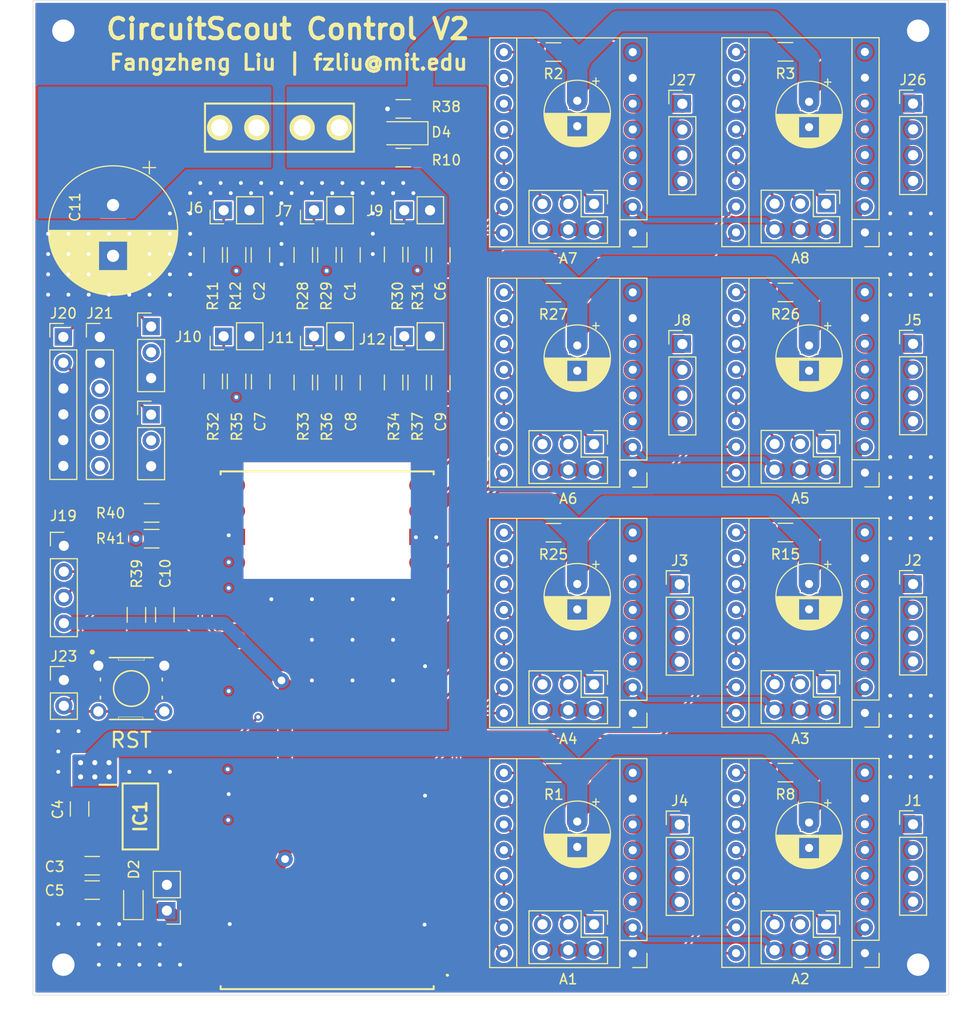
<source format=kicad_pcb>
(kicad_pcb (version 20221018) (generator pcbnew)
  (layers (0 "F.Cu" signal) (1 "In1.Cu" signal) (2 "In2.Cu" signal) (31 "B.Cu" signal) (34 "B.Paste" user) (35 "F.Paste" user) (36 "B.SilkS" user "B.Silkscreen") (37 "F.SilkS" user "F.Silkscreen") (38 "B.Mask" user) (39 "F.Mask" user) (44 "Edge.Cuts" user))
  (net 0 "")
  (net 1 "GND")
  (net 2 "VPP")
  (net 3 "1B_1")
  (net 4 "Net-(D4-K)")
  (net 5 "1A_1")
  (net 6 "2A_1")
  (net 7 "2B_1")
  (net 8 "Net-(A1-~{ENABLE})")
  (net 9 "MS1_1")
  (net 10 "MS2_1")
  (net 11 "MS3_1")
  (net 12 "STEP_1")
  (net 13 "+3V3")
  (net 14 "DIR_1")
  (net 15 "1B_2")
  (net 16 "1A_2")
  (net 17 "Net-(J6-Pin_1)")
  (net 18 "2A_2")
  (net 19 "SCL")
  (net 20 "SDA")
  (net 21 "2B_2")
  (net 22 "Net-(A2-~{ENABLE})")
  (net 23 "MS1_2")
  (net 24 "MS2_2")
  (net 25 "Net-(A1-~{RESET})")
  (net 26 "MS3_2")
  (net 27 "Net-(A2-~{RESET})")
  (net 28 "STEP_2")
  (net 29 "DIR_2")
  (net 30 "1B_3")
  (net 31 "1A_3")
  (net 32 "2A_3")
  (net 33 "2B_3")
  (net 34 "Net-(A3-~{ENABLE})")
  (net 35 "MS1_3")
  (net 36 "MS2_3")
  (net 37 "MS3_3")
  (net 38 "Net-(A3-~{RESET})")
  (net 39 "STEP_3")
  (net 40 "DIR_3")
  (net 41 "1B_4")
  (net 42 "1A_4")
  (net 43 "2A_4")
  (net 44 "2B_4")
  (net 45 "Net-(A4-~{ENABLE})")
  (net 46 "MS1_4")
  (net 47 "MS2_4")
  (net 48 "MS3_4")
  (net 49 "Net-(A4-~{RESET})")
  (net 50 "STEP_4")
  (net 51 "DIR_4")
  (net 52 "1B_5")
  (net 53 "1A_5")
  (net 54 "2A_5")
  (net 55 "2B_5")
  (net 56 "Net-(A5-~{ENABLE})")
  (net 57 "MS1_5")
  (net 58 "MS2_5")
  (net 59 "MS3_5")
  (net 60 "Net-(A5-~{RESET})")
  (net 61 "STEP_5")
  (net 62 "DIR_5")
  (net 63 "1B_6")
  (net 64 "1A_6")
  (net 65 "2A_6")
  (net 66 "2B_6")
  (net 67 "Net-(A6-~{ENABLE})")
  (net 68 "MS1_6")
  (net 69 "MS2_6")
  (net 70 "MS3_6")
  (net 71 "Net-(A6-~{RESET})")
  (net 72 "STEP_6")
  (net 73 "DIR_6")
  (net 74 "LIMIT_SW_2")
  (net 75 "LIMIT_SW_1")
  (net 76 "+5V")
  (net 77 "+12V")
  (net 78 "LIMIT_SW_3")
  (net 79 "LIMIT_SW_4")
  (net 80 "LIMIT_SW_5")
  (net 81 "LIMIT_SW_6")
  (net 82 "/PicoW RP2040/~{RST}")
  (net 83 "VSYS")
  (net 87 "IO28")
  (net 88 "IO27")
  (net 89 "Net-(J7-Pin_1)")
  (net 90 "Net-(J9-Pin_1)")
  (net 91 "Net-(J10-Pin_1)")
  (net 92 "Net-(J11-Pin_1)")
  (net 93 "Net-(J12-Pin_1)")
  (net 94 "Net-(J23-Pin_2)")
  (net 95 "1B_7")
  (net 96 "1A_7")
  (net 97 "2A_7")
  (net 98 "2B_7")
  (net 99 "Net-(A7-~{ENABLE})")
  (net 100 "MS1_7")
  (net 101 "MS2_7")
  (net 102 "MS3_7")
  (net 103 "Net-(A7-~{RESET})")
  (net 104 "STEP_7")
  (net 105 "DIR_7")
  (net 106 "1B_8")
  (net 107 "1A_8")
  (net 108 "2A_8")
  (net 109 "2B_8")
  (net 110 "Net-(A8-~{ENABLE})")
  (net 111 "MS1_8")
  (net 112 "MS2_8")
  (net 113 "MS3_8")
  (net 114 "Net-(A8-~{RESET})")
  (net 115 "STEP_8")
  (net 116 "DIR_8")
  (footprint "SamacSys_Parts:SOT230P700X180-4N" (layer "F.Cu") (at 112.09 108.4)
    (fp_text reference "IC1")
    (fp_text value "UA78M05IDCYR" hide)
  )
  (footprint "Resistor_SMD:R_1206_3216Metric_Pad1.30x1.75mm_HandSolder" (layer "F.Cu") (at 138 38.7)
    (fp_text reference "R38")
    (fp_text value "100K")
  )
  (footprint "Capacitor_THT:CP_Radial_D6.3mm_P2.50mm" (layer "F.Cu") (at 178 38 -90)
    (fp_text reference "C13" hide)
    (fp_text value "100uF")
  )
  (footprint "Connector_PinHeader_2.54mm:PinHeader_1x04_P2.54mm_Vertical" (layer "F.Cu") (at 188.25 85.51)
    (fp_text reference "J2")
    (fp_text value "Limit Switch")
  )
  (footprint "Capacitor_SMD:C_1206_3216Metric_Pad1.33x1.80mm_HandSolder" (layer "F.Cu") (at 141.7 65.68 90)
    (fp_text reference "C9")
    (fp_text value "0.01uF")
  )
  (footprint "Connector_PinHeader_2.54mm:PinHeader_2x03_P2.54mm_Vertical" (layer "F.Cu") (at 156.805 119.025 -90)
    (fp_text reference "J13" hide)
    (fp_text value "Conn_02x03_Odd_Even")
  )
  (footprint "Resistor_SMD:R_1206_3216Metric_Pad1.30x1.75mm_HandSolder" (layer "F.Cu") (at 128.15 65.65 90)
    (fp_text reference "R33")
    (fp_text value "10K")
  )
  (footprint "SamacSys_Parts:3544-2" (layer "F.Cu") (at 125.8 40.55)
    (fp_text reference "U1" hide)
    (fp_text value "3544-2" hide)
  )
  (footprint "Connector_PinHeader_2.54mm:PinHeader_1x04_P2.54mm_Vertical" (layer "F.Cu") (at 165.25 109.195)
    (fp_text reference "J4")
    (fp_text value "Limit Switch")
  )
  (footprint "Resistor_SMD:R_1206_3216Metric_Pad1.30x1.75mm_HandSolder" (layer "F.Cu") (at 128.15 53.0875 90)
    (fp_text reference "R28")
    (fp_text value "10K")
  )
  (footprint "Connector_PinHeader_2.54mm:PinHeader_1x04_P2.54mm_Vertical" (layer "F.Cu") (at 165.51 38.2)
    (fp_text reference "J27")
    (fp_text value "Limit Switch")
  )
  (footprint "Connector_PinHeader_2.54mm:PinHeader_1x04_P2.54mm_Vertical" (layer "F.Cu") (at 165.51 61.865)
    (fp_text reference "J8")
    (fp_text value "Limit Switch")
  )
  (footprint "Connector_PinHeader_2.54mm:PinHeader_1x02_P2.54mm_Vertical" (layer "F.Cu") (at 138.1 61.1 90)
    (fp_text reference "J12")
    (fp_text value "Limit Switch")
  )
  (footprint "Resistor_SMD:R_1206_3216Metric_Pad1.30x1.75mm_HandSolder" (layer "F.Cu") (at 113.2 78.5)
    (fp_text reference "R40")
    (fp_text value "10K")
  )
  (footprint "Connector_PinHeader_2.54mm:PinHeader_2x03_P2.54mm_Vertical" (layer "F.Cu") (at 179.685 48.04 -90)
    (fp_text reference "J25" hide)
    (fp_text value "Conn_02x03_Odd_Even")
  )
  (footprint "MountingHole:MountingHole_2.2mm_M2_ISO7380_Pad" (layer "F.Cu") (at 104.5 123)
    (fp_text reference "H3" hide)
    (fp_text value "M2")
  )
  (footprint "MountingHole:MountingHole_2.2mm_M2_ISO7380_Pad" (layer "F.Cu") (at 188.75 123)
    (fp_text reference "H4" hide)
    (fp_text value "M2")
  )
  (footprint "Resistor_SMD:R_1206_3216Metric_Pad1.30x1.75mm_HandSolder" (layer "F.Cu") (at 139.375 65.65 90)
    (fp_text reference "R37")
    (fp_text value "100")
  )
  (footprint "Connector_PinHeader_2.54mm:PinHeader_1x06_P2.54mm_Vertical" (layer "F.Cu") (at 108.1 61.17)
    (fp_text reference "J21")
    (fp_text value "Conn_01x06_Pin")
  )
  (footprint "Connector_PinHeader_2.54mm:PinHeader_1x03_P2.54mm_Vertical" (layer "F.Cu") (at 113.15 60.14)
    (fp_text reference "J28" hide)
    (fp_text value "Conn_01x03_Pin")
  )
  (footprint "Capacitor_SMD:C_1206_3216Metric_Pad1.33x1.80mm_HandSolder" (layer "F.Cu") (at 114.5 88.54 90)
    (fp_text reference "C10")
    (fp_text value "0.01uF")
  )
  (footprint "Mylib:conn_SMD_15mmx5mm" (layer "F.Cu") (at 108.5 39.5 -90)
    (fp_text reference "J31" hide)
    (fp_text value "pin")
  )
  (footprint "Module:Pololu_Breakout-16_15.2x20.3mm" (layer "F.Cu") (at 183.5 98.2 180)
    (fp_text reference "A3")
    (fp_text value "Pololu_Breakout_A4988")
  )
  (footprint "Connector_PinHeader_2.54mm:PinHeader_1x02_P2.54mm_Vertical" (layer "F.Cu") (at 129.2 61.1 90)
    (fp_text reference "J11")
    (fp_text value "Limit Switch")
  )
  (footprint "Resistor_SMD:R_1206_3216Metric_Pad1.30x1.75mm_HandSolder" (layer "F.Cu") (at 121.575 53.0875 90)
    (fp_text reference "R12")
    (fp_text value "100")
  )
  (footprint "Connector_PinHeader_2.54mm:PinHeader_1x02_P2.54mm_Vertical" (layer "F.Cu") (at 114.7 117.675 180)
    (fp_text reference "J22" hide)
    (fp_text value "Limit Switch")
  )
  (footprint "Capacitor_SMD:C_1206_3216Metric_Pad1.33x1.80mm_HandSolder" (layer "F.Cu") (at 141.7 53.0875 90)
    (fp_text reference "C6")
    (fp_text value "0.01uF")
  )
  (footprint "Resistor_SMD:R_1206_3216Metric_Pad1.30x1.75mm_HandSolder" (layer "F.Cu") (at 137.05 53.05 90)
    (fp_text reference "R30")
    (fp_text value "10K")
  )
  (footprint "Resistor_SMD:R_1206_3216Metric_Pad1.30x1.75mm_HandSolder" (layer "F.Cu") (at 152.8 80.45)
    (fp_text reference "R25")
    (fp_text value "10K")
  )
  (footprint "Capacitor_THT:CP_Radial_D6.3mm_P2.50mm" (layer "F.Cu") (at 178 85.5 -90)
    (fp_text reference "C15" hide)
    (fp_text value "100uF")
  )
  (footprint "Resistor_SMD:R_1206_3216Metric_Pad1.30x1.75mm_HandSolder" (layer "F.Cu") (at 175.67 104.08)
    (fp_text reference "R8")
    (fp_text value "10K")
  )
  (footprint "Mylib:SW_B3F-1000" (layer "F.Cu") (at 111.2 95.8)
    (fp_text reference "SW1" hide)
    (fp_text value "SW_MEC_5E")
  )
  (footprint "Capacitor_THT:CP_Radial_D6.3mm_P2.50mm" (layer "F.Cu") (at 155.15 62 -90)
    (fp_text reference "C17" hide)
    (fp_text value "100uF")
  )
  (footprint "Resistor_SMD:R_1206_3216Metric_Pad1.30x1.75mm_HandSolder" (layer "F.Cu") (at 130.475 65.65 90)
    (fp_text reference "R36")
    (fp_text value "100")
  )
  (footprint "MountingHole:MountingHole_2.2mm_M2_ISO7380_Pad" (layer "F.Cu") (at 104.5 31)
    (fp_text reference "H1" hide)
    (fp_text value "M2")
  )
  (footprint "Capacitor_THT:CP_Radial_D6.3mm_P2.50mm" (layer "F.Cu") (at 178 109 -90)
    (fp_text reference "C19" hide)
    (fp_text value "100uF")
  )
  (footprint "Module:Pololu_Breakout-16_15.2x20.3mm" (layer "F.Cu") (at 183.5 121.865 180)
    (fp_text reference "A2")
    (fp_text value "Pololu_Breakout_A4988")
  )
  (footprint "Resistor_SMD:R_1206_3216Metric_Pad1.30x1.75mm_HandSolder" (layer "F.Cu") (at 152.84 104.1)
    (fp_text reference "R1")
    (fp_text value "10K")
  )
  (footprint "Capacitor_THT:CP_Radial_D6.3mm_P2.50mm" (layer "F.Cu") (at 155.15 37.9 -90)
    (fp_text reference "C12" hide)
    (fp_text value "100uF")
  )
  (footprint "Capacitor_THT:CP_Radial_D6.3mm_P2.50mm" (layer "F.Cu") (at 155.15 85.5 -90)
    (fp_text reference "C16" hide)
    (fp_text value "100uF")
  )
  (footprint "Connector_PinHeader_2.54mm:PinHeader_2x03_P2.54mm_Vertical" (layer "F.Cu") (at 179.685 71.705 -90)
    (fp_text reference "J17" hide)
    (fp_text value "Conn_02x03_Odd_Even")
  )
  (footprint "Resistor_SMD:R_1206_3216Metric_Pad1.30x1.75mm_HandSolder" (layer "F.Cu") (at 138 43.5 180)
    (fp_text reference "R10")
    (fp_text value "10k")
  )
  (footprint "MountingHole:MountingHole_2.2mm_M2_ISO7380_Pad" (layer "F.Cu") (at 188.75 31)
    (fp_text reference "H2" hide)
    (fp_text value "M2")
  )
  (footprint "Connector_PinHeader_2.54mm:PinHeader_1x04_P2.54mm_Vertical" (layer "F.Cu") (at 104.55 81.74)
    (fp_text reference "J19")
    (fp_text value "Limit Switch")
  )
  (footprint "Resistor_SMD:R_1206_3216Metric_Pad1.30x1.75mm_HandSolder" (layer "F.Cu") (at 111.7 88.54 90)
    (fp_text reference "R39")
    (fp_text value "100")
  )
  (footprint "Connector_PinHeader_2.54mm:PinHeader_1x04_P2.54mm_Vertical" (layer "F.Cu") (at 188.25 61.845)
    (fp_text reference "J5")
    (fp_text value "Limit Switch")
  )
  (footprint "Resistor_SMD:R_1206_3216Metric_Pad1.30x1.75mm_HandSolder" (layer "F.Cu") (at 113.2 81.04)
    (fp_text reference "R41")
    (fp_text value "10K")
  )
  (footprint "Module:Pololu_Breakout-16_15.2x20.3mm" (layer "F.Cu") (at 160.62 50.89 180)
    (fp_text reference "A7")
    (fp_text value "Pololu_Breakout_A4988")
  )
  (footprint "LED_SMD:LED_1206_3216Metric_Pad1.42x1.75mm_HandSolder" (layer "F.Cu") (at 137.9775 41.1 180)
    (fp_text reference "D4")
    (fp_text value "LED_Small_Filled")
  )
  (footprint "Connector_PinHeader_2.54mm:PinHeader_1x04_P2.54mm_Vertical" (layer "F.Cu") (at 188.25 38.18)
    (fp_text reference "J26")
    (fp_text value "Limit Switch")
  )
  (footprint "Resistor_SMD:R_1206_3216Metric_Pad1.30x1.75mm_HandSolder" (layer "F.Cu") (at 119.275 65.55 90)
    (fp_text reference "R32")
    (fp_text value "10K")
  )
  (footprint "Capacitor_SMD:C_1206_3216Metric_Pad1.33x1.80mm_HandSolder" (layer "F.Cu") (at 132.85 65.68 90)
    (fp_text reference "C8")
    (fp_text value "0.01uF")
  )
  (footprint "Resistor_SMD:R_1206_3216Metric_Pad1.30x1.75mm_HandSolder" (layer "F.Cu") (at 139.375 53.0575 90)
    (fp_text reference "R31")
    (fp_text value "100")
  )
  (footprint "Capacitor_THT:CP_Radial_D12.5mm_P5.00mm" (layer "F.Cu") (at 109.4 48.176041 -90)
    (fp_text reference "C11")
    (fp_text value "470uF")
  )
  (footprint "Module:Pololu_Breakout-16_15.2x20.3mm" (layer "F.Cu") (at 183.5 74.535 180)
    (fp_text reference "A5")
    (fp_text value "Pololu_Breakout_A4988")
  )
  (footprint "Module:Pololu_Breakout-16_15.2x20.3mm" (layer "F.Cu") (at 160.62 74.555 180)
    (fp_text reference "A6")
    (fp_text value "Pololu_Breakout_A4988")
  )
  (footprint "Module:Pololu_Breakout-16_15.2x20.3mm" (layer "F.Cu") (at 160.62 121.885 180)
    (fp_text reference "A1")
    (fp_text value "Pololu_Breakout_A4988")
  )
  (footprint "Capacitor_THT:CP_Radial_D6.3mm_P2.50mm" (layer "F.Cu") (at 155.15 108.9 -90)
    (fp_text reference "C18" hide)
    (fp_text value "100uF")
  )
  (footprint "Connector_PinHeader_2.54mm:PinHeader_2x03_P2.54mm_Vertical" (layer "F.Cu") (at 156.805 71.725 -90)
    (fp_text reference "J18" hide)
    (fp_text value "Conn_02x03_Odd_Even")
  )
  (footprint "Connector_PinHeader_2.54mm:PinHeader_2x03_P2.54mm_Vertical" (layer "F.Cu") (at 179.685 95.37 -90)
    (fp_text reference "J15" hide)
    (fp_text value "Conn_02x03_Odd_Even")
  )
  (footprint "Diode_SMD:D_0805_2012Metric_Pad1.15x1.40mm_HandSolder" (layer "F.Cu") (at 111.4 116.7 90)
    (fp_text reference "D2")
    (fp_text value "Schottky")
  )
  (footprint "Resistor_SMD:R_1206_3216Metric_Pad1.30x1.75mm_HandSolder" (layer "F.Cu") (at 137.05 65.65 90)
    (fp_text reference "R34")
    (fp_text value "10K")
  )
  (footprint "Resistor_SMD:R_1206_3216Metric_Pad1.30x1.75mm_HandSolder" (layer "F.Cu") (at 175.67 56.78)
    (fp_text reference "R26")
    (fp_text value "10K")
  )
  (footprint "Capacitor_SMD:C_1206_3216Metric_Pad1.33x1.80mm_HandSolder" (layer "F.Cu") (at 107.34 115.65 180)
    (fp_text reference "C5")
    (fp_text value "0.1uF")
  )
  (footprint "Resistor_SMD:R_1206_3216Metric_Pad1.30x1.75mm_HandSolder" (layer "F.Cu") (at 152.8 56.8)
    (fp_text reference "R27")
    (fp_text value "10K")
  )
  (footprint "Connector_PinHeader_2.54mm:PinHeader_1x04_P2.54mm_Vertical" (layer "F.Cu") (at 165.25 85.53)
    (fp_text reference "J3")
    (fp_text value "Limit Switch")
  )
  (footprint "Connector_PinHeader_2.54mm:PinHeader_1x02_P2.54mm_Vertical" (layer "F.Cu") (at 138.1 48.6875 90)
    (fp_text reference "J9")
    (fp_text value "Limit Switch")
  )
  (footprint "Capacitor_SMD:C_1206_3216Metric_Pad1.33x1.80mm_HandSolder" (layer "F.Cu") (at 123.925 53.0875 90)
    (fp_text reference "C2")
    (fp_text value "0.01uF")
  )
  (footprint "Capacitor_SMD:C_1206_3216Metric_Pad1.33x1.80mm_HandSolder" (layer "F.Cu") (at 107.34 113.25 180)
    (fp_text reference "C3")
    (fp_text value "22uF")
  )
  (footprint "Capacitor_SMD:C_1206_3216Metric_Pad1.33x1.80mm_HandSolder" (layer "F.Cu") (at 106.1 107.6625 -90)
    (fp_text reference "C4")
    (fp_text value "0.47uF")
  )
  (footprint "Resistor_SMD:R_1206_3216Metric_Pad1.30x1.75mm_HandSolder" (layer "F.Cu") (at 175.67 80.43)
    (fp_text reference "R15")
    (fp_text value "10K")
  )
  (footprint "Resistor_SMD:R_1206_3216Metric_Pad1.30x1.75mm_HandSolder" (layer "F.Cu") (at 130.475 53.0875 90)
    (fp_text reference "R29")
    (fp_text value "100")
  )
  (footprint "Module:Pololu_Breakout-16_15.2x20.3mm" (layer "F.Cu") (at 183.5 50.87 180)
    (fp_text reference "A8")
    (fp_text value "Pololu_Breakout_A4988")
  )
  (footprint "Resistor_SMD:R_1206_3216Metric_Pad1.30x1.75mm_HandSolder" (layer "F.Cu") (at 175.67 33.08)
    (fp_text reference "R3")
    (fp_text value "10K")
  )
  (footprint "Capacitor_SMD:C_1206_3216Metric_Pad1.33x1.80mm_HandSolder" (layer "F.Cu") (at 132.85 53.0875 90)
    (fp_text reference "C1")
    (fp_text value "0.01uF")
  )
  (footprint "Connector_PinHeader_2.54mm:PinHeader_2x03_P2.54mm_Vertical" (layer "F.Cu") (at 179.685 119.035 -90)
    (fp_text reference "J14" hide)
    (fp_text value "Conn_02x03_Odd_Even")
  )
  (footprint "Connector_PinHeader_2.54mm:PinHeader_2x03_P2.54mm_Vertical" (layer "F.Cu") (at 156.805 95.39 -90)
    (fp_text reference "J16" hide)
    (fp_text value "Conn_02x03_Odd_Even")
  )
  (footprint "SamacSys_Parts:RASPBERRYPIPICOW" (layer "F.Cu") (at 130.5 99.91 180)
    (fp_text reference "IC2" hide)
    (fp_text value "RASPBERRY_PI_PICO_W" hide)
  )
  (footprint "Capacitor_SMD:C_1206_3216Metric_Pad1.33x1.80mm_HandSolder" (layer "F.Cu") (at 123.95 65.58 90)
    (fp_text reference "C7")
    (fp_text value "0.01uF")
  )
  (footprint "Resistor_SMD:R_1206_3216Metric_Pad1.30x1.75mm_HandSolder" (layer "F.Cu") (at 152.8 33.1)
    (fp_text reference "R2")
    (fp_text value "10K")
  )
  (footprint "Module:Pololu_Breakout-16_15.2x20.3mm" (layer "F.Cu") (at 160.62 98.22 180)
    (fp_text reference "A4")
    (fp_text value "Pololu_Breakout_A4988")
  )
  (footprint "Connector_PinHeader_2.54mm:PinHeader_2x03_P2.54mm_Vertical" (layer "F.Cu") (at 156.805 48.06 -90)
    (fp_text reference "J24" hide)
    (fp_text value "Conn_02x03_Odd_Even")
  )
  (footprint "Resistor_SMD:R_1206_3216Metric_Pad1.30x1.75mm_HandSolder" (layer "F.Cu") (at 121.575 65.55 90)
    (fp_text reference "R35")
    (fp_text value "100")
  )
  (footprint "Connector_PinHeader_2.54mm:PinHeader_1x02_P2.54mm_Vertical" (layer "F.Cu") (at 120.3 61.1 90)
    (fp_text reference "J10")
    (fp_text value "Limit Switch")
  )
  (footprint "Connector_PinHeader_2.54mm:PinHeader_1x03_P2.54mm_Vertical" (layer "F.Cu") (at 113.15 68.82)
    (fp_text reference "J29" hide)
    (fp_text value "Conn_01x03_Pin")
  )
  (footprint "Capacitor_THT:CP_Radial_D6.3mm_P2.50mm" (layer "F.Cu") (at 178 62 -90)
    (fp_text reference "C14" hide)
    (fp_text value "100uF")
  )
  (footprint "Connector_PinHeader_2.54mm:PinHeader_1x02_P2.54mm_Vertical" (layer "F.Cu") (at 120.3 48.6875 90)
    (fp_text reference "J6")
    (fp_text value "Limit Switch")
  )
  (footprint "Connector_PinHeader_2.54mm:PinHeader_1x02_P2.54mm_Vertical" (layer "F.Cu") (at 104.55 94.96)
    (fp_text reference "J23")
    (fp_text value "Limit Switch")
  )
  (footprint "Resistor_SMD:R_1206_3216Metric_Pad1.30x1.75mm_HandSolder" (layer "F.Cu") (at 119.275 53.0875 90)
    (fp_text reference "R11")
    (fp_text value "10K")
  )
  (footprint "Connector_PinHeader_2.54mm:PinHeader_1x06_P2.54mm_Vertical" (layer "F.Cu") (at 104.5 61.17)
    (fp_text reference "J20")
    (fp_text value "Conn_01x06_Pin")
  )
  (footprint "Connector_PinHeader_2.54mm:PinHeader_1x02_P2.54mm_Vertical" (layer "F.Cu") (at 129.2 48.6875 90)
    (fp_text reference "J7")
    (fp_text value "Limit Switch")
  )
  (footprint "Connector_PinHeader_2.54mm:PinHeader_1x04_P2.54mm_Vertical" (layer "F.Cu") (at 188.25 109.175)
    (fp_text reference "J1")
    (fp_text value "Limit Switch")
  )
  (footprint "Mylib:conn_SMD_15mmx5mm" (layer "B.Cu") (at 109.5 41 90)
    (fp_text reference "J30" hide)
    (fp_text value "pin")
  )
  (gr_rect (start 101.5 28) (end 191.75 126) (stroke (width 0.05)) (fill none) (layer "Edge.Cuts"))
  (gr_text "CircuitScout Control V2" (at 108.510712 32) (layer "F.SilkS") (effects (font (size 2 2) (thickness 0.4) bold) (justify left bottom)))
  (gr_text "RST" (at 109 101.75) (layer "F.SilkS") (effects (font (size 1.5 1.5) (thickness 0.2032)) (justify left bottom)))
  (gr_text "Fangzheng Liu | fzliu@mit.edu" (at 144.5 35) (layer "F.SilkS") (effects (font (size 1.5 1.5) (thickness 0.3) bold) (justify right bottom)))
  (via (at 186 79) (size 0.762) (drill 0.381) (layers "F.Cu" "B.Cu") (net 1))
  (via (at 107 57) (size 0.762) (drill 0.381) (layers "F.Cu" "B.Cu") (net 1))
  (via (at 190 100.5) (size 0.762) (drill 0.381) (layers "F.Cu" "B.Cu") (net 1))
  (via (at 117 53) (size 0.762) (drill 0.381) (layers "F.Cu" "B.Cu") (net 1))
  (via (at 186 102.5) (size 0.762) (drill 0.381) (layers "F.Cu" "B.Cu") (net 1))
  (via (at 132 46) (size 0.762) (drill 0.381) (layers "F.Cu" "B.Cu") (net 1))
  (via (at 113 53) (size 0.762) (drill 0.381) (layers "F.Cu" "B.Cu") (net 1))
  (via (at 128 46) (size 0.762) (drill 0.381) (layers "F.Cu" "B.Cu") (net 1))
  (via (at 117 49) (size 0.762) (drill 0.381) (layers "F.Cu" "B.Cu") (net 1))
  (via (at 106 119) (size 0.762) (drill 0.381) (layers "F.Cu" "B.Cu") (net 1))
  (via (at 188 53) (size 0.762) (drill 0.381) (layers "F.Cu" "B.Cu") (net 1))
  (via (at 190 53) (size 0.762) (drill 0.381) (layers "F.Cu" "B.Cu") (net 1))
  (via (at 188 73) (size 0.762) (drill 0.381) (layers "F.Cu" "B.Cu") (net 1))
  (via (at 103 55) (size 0.762) (drill 0.381) (layers "F.Cu" "B.Cu") (net 1))
  (via (at 113 57) (size 0.762) (drill 0.381) (layers "F.Cu" "B.Cu") (net 1))
  (via (at 186 51) (size 0.762) (drill 0.381) (layers "F.Cu" "B.Cu") (net 1))
  (via (at 190 55) (size 0.762) (drill 0.381) (layers "F.Cu" "B.Cu") (net 1))
  (via (at 110 123) (size 0.762) (drill 0.381) (layers "F.Cu" "B.Cu") (net 1))
  (via (at 104 119) (size 0.762) (drill 0.381) (layers "F.Cu" "B.Cu") (net 1))
  (via (at 111 57) (size 0.762) (drill 0.381) (layers "F.Cu" "B.Cu") (net 1))
  (via (at 190 57) (size 0.762) (drill 0.381) (layers "F.Cu" "B.Cu") (net 1))
  (via (at 186 96.5) (size 0.762) (drill 0.381) (layers "F.Cu" "B.Cu") (net 1))
  (via (at 186 100.5) (size 0.762) (drill 0.381) (layers "F.Cu" "B.Cu") (net 1))
  (via (at 125 87) (size 0.762) (drill 0.381) (layers "F.Cu" "B.Cu") (net 1))
  (via (at 188 96.5) (size 0.762) (drill 0.381) (layers "F.Cu" "B.Cu") (net 1))
  (via (at 112 123) (size 0.762) (drill 0.381) (layers "F.Cu" "B.Cu") (net 1))
  (via (at 136 46) (size 0.762) (drill 0.381) (layers "F.Cu" "B.Cu") (net 1))
  (via (at 190 73) (size 0.762) (drill 0.381) (layers "F.Cu" "B.Cu") (net 1))
  (via (at 131 47) (size 0.762) (drill 0.381) (layers "F.Cu" "B.Cu") (net 1))
  (via (at 129 95) (size 0.762) (drill 0.381) (layers "F.Cu" "B.Cu") (net 1))
  (via (at 135 51) (size 0.762) (drill 0.381) (layers "F.Cu" "B.Cu") (net 1))
  (via (at 119 47) (size 0.762) (drill 0.381) (layers "F.Cu" "B.Cu") (net 1))
  (via (at 118 46) (size 0.762) (drill 0.381) (layers "F.Cu" "B.Cu") (net 1))
  (via (at 188 75) (size 0.762) (drill 0.381) (layers "F.Cu" "B.Cu") (net 1))
  (via (at 190 79) (size 0.762) (drill 0.381) (layers "F.Cu" "B.Cu") (net 1))
  (via (at 190 98.5) (size 0.762) (drill 0.381) (layers "F.Cu" "B.Cu") (net 1))
  (via (at 186 98.5) (size 0.762) (drill 0.381) (layers "F.Cu" "B.Cu") (net 1))
  (via (at 111 51) (size 0.762) (drill 0.381) (layers "F.Cu" "B.Cu") (net 1))
  (via (at 190 49) (size 0.762) (drill 0.381) (layers "F.Cu" "B.Cu") (net 1))
  (via (at 141.25 80.9) (size 0.762) (drill 0.381) (layers "F.Cu" "B.Cu") (net 1))
  (via (at 186 104.5) (size 0.762) (drill 0.381) (layers "F.Cu" "B.Cu") (net 1))
  (via (at 139 47) (size 0.762) (drill 0.381) (layers "F.Cu" "B.Cu") (net 1))
  (via (at 190 81) (size 0.762) (drill 0.381) (layers "F.Cu" "B.Cu") (net 1))
  (via (at 186 57) (size 0.762) (drill 0.381) (layers "F.Cu" "B.Cu") (net 1))
  (via (at 108 119) (size 0.762) (drill 0.381) (layers "F.Cu" "B.Cu") (net 1))
  (via (at 109 51) (size 0.762) (drill 0.381) (layers "F.Cu" "B.Cu") (net 1))
  (via (at 126 54) (size 0.762) (drill 0.381) (layers "F.Cu" "B.Cu") (net 1))
  (via (at 137 87) (size 0.762) (drill 0.381) (layers "F.Cu" "B.Cu") (net 1))
  (via (at 186 77) (size 0.762) (drill 0.381) (layers "F.Cu" "B.Cu") (net 1))
  (via (at 105 53) (size 0.762) (drill 0.381) (layers "F.Cu" "B.Cu") (net 1))
  (via (at 133 95) (size 0.762) (drill 0.381) (layers "F.Cu" "B.Cu") (net 1))
  (via (at 135 49) (size 0.762) (drill 0.381) (layers "F.Cu" "B.Cu") (net 1))
  (via (at 115 53) (size 0.762) (drill 0.381) (layers "F.Cu" "B.Cu") (net 1))
  (via (at 186 49) (size 0.762) (drill 0.381) (layers "F.Cu" "B.Cu") (net 1))
  (via (at 126 50) (size 0.762) (drill 0.381) (layers "F.Cu" "B.Cu") (net 1))
  (via (at 186 73) (size 0.762) (drill 0.381) (layers "F.Cu" "B.Cu") (net 1))
  (via (at 121 47) (size 0.762) (drill 0.381) (layers "F.Cu" "B.Cu") (net 1))
  (via (at 188 98.5) (size 0.762) (drill 0.381) (layers "F.Cu" "B.Cu") (net 1))
  (via (at 123 47) (size 0.762) (drill 0.381) (layers "F.Cu" "B.Cu") (net 1))
  (via (at 137 95) (size 0.762) (drill 0.381) (layers "F.Cu" "B.Cu") (net 1))
  (via (at 105 57) (size 0.762) (drill 0.381) (layers "F.Cu" "B.Cu") (net 1))
  (via (at 105 55) (size 0.762) (drill 0.381) (layers "F.Cu" "B.Cu") (net 1))
  (via (at 137 47) (size 0.762) (drill 0.381) (layers "F.Cu" "B.Cu") (net 1))
  (via (at 104 102) (size 0.762) (drill 0.381) (layers "F.Cu" "B.Cu") (net 1))
  (via (at 117 51) (size 0.762) (drill 0.381) (layers "F.Cu" "B.Cu") (net 1))
  (via (at 120.8 80.7) (size 0.762) (drill 0.381) (layers "F.Cu" "B.Cu") (net 1))
  (via (at 190 102.5) (size 0.762) (drill 0.381) (layers "F.Cu" "B.Cu") (net 1))
  (via (at 138 46) (size 0.762) (drill 0.381) (layers "F.Cu" "B.Cu") (net 1))
  (via (at 186 53) (size 0.762) (drill 0.381) (layers "F.Cu" "B.Cu") (net 1))
  (via (at 108 121) (size 0.762) (drill 0.381) (layers "F.Cu" "B.Cu") (net 1))
  (via (at 122 46) (size 0.762) (drill 0.381) (layers "F.Cu" "B.Cu") (net 1))
  (via (at 120 46) (size 0.762) (drill 0.381) (layers "F.Cu" "B.Cu") (net 1))
  (via (at 115 51) (size 0.762) (drill 0.381) (layers "F.Cu" "B.Cu") (net 1))
  (via (at 186 75) (size 0.762) (drill 0.381) (layers "F.Cu" "B.Cu") (net 1))
  (via (at 130 46) (size 0.762) (drill 0.381) (layers "F.Cu" "B.Cu") (net 1))
  (via (at 114 123) (size 0.762) (drill 0.381) (layers "F.Cu" "B.Cu") (net 1))
  (via (at 125 47) (size 0.762) (drill 0.381) (layers "F.Cu" "B.Cu") (net 1))
  (via (at 113 104) (size 0.762) (drill 0.381) (layers "F.Cu" "B.Cu") (net 1))
  (via (at 129 47) (size 0.762) (drill 0.381) (layers "F.Cu" "B.Cu") (net 1))
  (via (at 135 53) (size 0.762) (drill 0.381) (layers "F.Cu" "B.Cu") (net 1))
  (via (at 115 49) (size 0.762) (drill 0.381) (layers "F.Cu" "B.Cu") (net 1))
  (via (at 103 53) (size 0.762) (drill 0.381) (layers "F.Cu" "B.Cu") (net 1))
  (via (at 134 46) (size 0.762) (drill 0.381) (layers "F.Cu" "B.Cu") (net 1))
  (via (at 190 77) (size 0.762) (drill 0.381) (layers "F.Cu" "B.Cu") (net 1))
  (via (at 110 119) (size 0.762) (drill 0.381) (layers "F.Cu" "B.Cu") (net 1))
  (via (at 107 53) (size 0.762) (drill 0.381) (layers "F.Cu" "B.Cu") (net 1))
  (via (at 188 77) (size 0.762) (drill 0.381) (layers "F.Cu" "B.Cu") (net 1))
  (via (at 140.1 119.05) (size 0.762) (drill 0.381) (layers "F.Cu" "B.Cu") (net 1))
  (via (at 133 87) (size 0.762) (drill 0.381) (layers "F.Cu" "B.Cu") (net 1))
  (via (at 104 100) (size 0.762) (drill 0.381) (layers "F.Cu" "B.Cu") (net 1))
  (via (at 126 52) (size 0.762) (drill 0.381) (layers "F.Cu" "B.Cu") (net 1))
  (via (at 190 104.5) (size 0.762) (drill 0.381) (layers "F.Cu" "B.Cu") (net 1))
  (via (at 117 47) (size 0.762) (drill 0.381) (layers "F.Cu" "B.Cu") (net 1))
  (via (at 188 57) (size 0.762) (drill 0.381) (layers "F.Cu" "B.Cu") (net 1))
  (via (at 188 100.5) (size 0.762) (drill 0.381) (layers "F.Cu" "B.Cu") (net 1))
  (via (at 188 81) (size 0.762) (drill 0.381) (layers "F.Cu" "B.Cu") (net 1))
  (via (at 188 104.5) (size 0.762) (drill 0.381) (layers "F.Cu" "B.Cu") (net 1))
  (via (at 190 75) (size 0.762) (drill 0.381) (layers "F.Cu" "B.Cu") (net 1))
  (via (at 107 55) (size 0.762) (drill 0.381) (layers "F.Cu" "B.Cu") (net 1))
  (via (at 188 49) (size 0.762) (drill 0.381) (layers "F.Cu" "B.Cu") (net 1))
  (via (at 103 57) (size 0.762) (drill 0.381) (layers "F.Cu" "B.Cu") (net 1))
  (via (at 140.15 106.35) (size 0.762) (drill 0.381) (layers "F.Cu" "B.Cu") (net 1))
  (via (at 126 48) (size 0.762) (drill 0.381) (layers "F.Cu" "B.Cu") (net 1))
  (via (at 109 57) (size 0.762) (drill 0.381) (layers "F.Cu" "B.Cu") (net 1))
  (via (at 110 121) (size 0.762) (drill 0.381) (layers "F.Cu" "B.Cu") (net 1))
  (via (at 188 55) (size 0.762) (drill 0.381) (layers "F.Cu" "B.Cu") (net 1))
  (via (at 111 104) (size 0.762) (drill 0.381) (layers "F.Cu" "B.Cu") (net 1))
  (via (at 135 47) (size 0.762) (drill 0.381) (layers "F.Cu" "B.Cu") (net 1))
  (via (at 188 102.5) (size 0.762) (drill 0.381) (layers "F.Cu" "B.Cu") (net 1))
  (via (at 139.25 80.9) (size 0.762) (drill 0.381) (layers "F.Cu" "B.Cu") (net 1))
  (via (at 188 79) (size 0.762) (drill 0.381) (layers "F.Cu" "B.Cu") (net 1))
  (via (at 107 51) (size 0.762) (drill 0.381) (layers "F.Cu" "B.Cu") (net 1))
  (via (at 104 104) (size 0.762) (drill 0.381) (layers "F.Cu" "B.Cu") (net 1))
  (via (at 115 104) (size 0.762) (drill 0.381) (layers "F.Cu" "B.Cu") (net 1))
  (via (at 105 51) (size 0.762) (drill 0.381) (layers "F.Cu" "B.Cu") (net 1))
  (via (at 124 46) (size 0.762) (drill 0.381) (layers "F.Cu" "B.Cu") (net 1))
  (via (at 120.9 119) (size 0.762) (drill 0.381) (layers "F.Cu" "B.Cu") (net 1))
  (via (at 115 55) (size 0.762) (drill 0.381) (layers "F.Cu" "B.Cu") (net 1))
  (via (at 115 57) (size 0.762) (drill 0.381) (layers "F.Cu" "B.Cu") (net 1))
  (via (at 129 91) (size 0.762) (drill 0.381) (layers "F.Cu" "B.Cu") (net 1))
  (via (at 113 55) (size 0.762) (drill 0.381) (layers "F.Cu" "B.Cu") (net 1))
  (via (at 117 55) (size 0.762) (drill 0.381) (layers "F.Cu" "B.Cu") (net 1))
  (via (at 127 47) (size 0.762) (drill 0.381) (layers "F.Cu" "B.Cu") (net 1))
  (via (at 190 51) (size 0.762) (drill 0.381) (layers "F.Cu" "B.Cu") (net 1))
  (via (at 108 123) (size 0.762) (drill 0.381) (layers "F.Cu" "B.Cu") (net 1))
  (via (at 112 121) (size 0.762) (drill 0.381) (layers "F.Cu" "B.Cu") (net 1))
  (via (at 103 51) (size 0.762) (drill 0.381) (layers "F.Cu" "B.Cu") (net 1))
  (via (at 120.8 106.2) (size 0.762) (drill 0.381) (layers "F.Cu" "B.Cu") (net 1))
  (via (at 190 96.5) (size 0.762) (drill 0.381) (layers "F.Cu" "B.Cu") (net 1))
  (via (at 106 100) (size 0.762) (drill 0.381) (layers "F.Cu" "B.Cu") (net 1))
  (via (at 126 46) (size 0.762) (drill 0.381) (layers "F.Cu" "B.Cu") (net 1))
  (via (at 137 91) (size 0.762) (drill 0.381) (layers "F.Cu" "B.Cu") (net 1))
  (via (at 140.15 93.6) (size 0.762) (drill 0.381) (layers "F.Cu" "B.Cu") (net 1))
  (via (at 133 47) (size 0.762) (drill 0.381) (layers "F.Cu" "B.Cu") (net 1))
  (via (at 186 81) (size 0.762) (drill 0.381) (layers "F.Cu" "B.Cu") (net 1))
  (via (at 114 121) (size 0.762) (drill 0.381) (layers "F.Cu" "B.Cu") (net 1))
  (via (at 116 123) (size 0.762) (drill 0.381) (layers "F.Cu" "B.Cu") (net 1))
  (via (at 113 51) (size 0.762) (drill 0.381) (layers "F.Cu" "B.Cu") (net 1))
  (via (at 186 55) (size 0.762) (drill 0.381) (layers "F.Cu" "B.Cu") (net 1))
  (via (at 129 87) (size 0.762) (drill 0.381) (layers "F.Cu" "B.Cu") (net 1))
  (via (at 188 51) (size 0.762) (drill 0.381) (layers "F.Cu" "B.Cu") (net 1))
  (via (at 133 91) (size 0.762) (drill 0.381) (layers "F.Cu" "B.Cu") (net 1))
  (segment (start 160.62 80.44) (end 158.51 80.44) (width 2.032) (layer "F.Cu") (net 2))
  (segment (start 106.1 106.1) (end 108.94 106.1) (width 1.016) (layer "F.Cu") (net 2))
  (segment (start 181.46 33.09) (end 178 36.55) (width 2.032) (layer "F.Cu") (net 2))
  (segment (start 155.15 107.75) (end 155.15 108.9) (width 2.032) (layer "F.Cu") (net 2))
  (segment (start 136.45 38.7) (end 136.45 41.06) (width 0.762) (layer "F.Cu") (net 2))
  (segment (start 183.5 33.09) (end 181.46 33.09) (width 2.032) (layer "F.Cu") (net 2))
  (segment (start 158.725 56.775) (end 155.15 60.35) (width 2.032) (layer "F.Cu") (net 2))
  (segment (start 178 107.4) (end 178 109) (width 2.032) (layer "F.Cu") (net 2))
  (segment (start 158.51 80.44) (end 155.15 83.8) (width 2.032) (layer "F.Cu") (net 2))
  (segment (start 160.62 104.105) (end 158.795 104.105) (width 2.032) (layer "F.Cu") (net 2))
  (segment (start 136.45 41.06) (end 136.49 41.1) (width 0.762) (layer "F.Cu") (net 2))
  (segment (start 178 36.55) (end 178 38) (width 2.032) (layer "F.Cu") (net 2))
  (segment (start 158.49 33.11) (end 155.15 36.45) (width 2.032) (layer "F.Cu") (net 2))
  (segment (start 178 60.15) (end 178 62) (width 2.032) (layer "F.Cu") (net 2))
  (segment (start 155.15 36.45) (end 155.15 37.9) (width 2.032) (layer "F.Cu") (net 2))
  (segment (start 181.33 80.42) (end 178 83.75) (width 2.032) (layer "F.Cu") (net 2))
  (segment (start 155.15 60.35) (end 155.15 62) (width 2.032) (layer "F.Cu") (net 2))
  (segment (start 183.5 80.42) (end 181.33 80.42) (width 2.032) (layer "F.Cu") (net 2))
  (segment (start 158.795 104.105) (end 155.15 107.75) (width 2.032) (layer "F.Cu") (net 2))
  (segment (start 160.62 56.775) (end 158.725 56.775) (width 2.032) (layer "F.Cu") (net 2))
  (segment (start 160.62 33.11) (end 158.49 33.11) (width 2.032) (layer "F.Cu") (net 2))
  (segment (start 178 83.75) (end 178 85.5) (width 2.032) (layer "F.Cu") (net 2))
  (segment (start 183.5 56.755) (end 181.395 56.755) (width 2.032) (layer "F.Cu") (net 2))
  (segment (start 183.5 104.085) (end 181.315 104.085) (width 2.032) (layer "F.Cu") (net 2))
  (segment (start 181.395 56.755) (end 178 60.15) (width 2.032) (layer "F.Cu") (net 2))
  (segment (start 181.315 104.085) (end 178 107.4) (width 2.032) (layer "F.Cu") (net 2))
  (segment (start 155.15 83.8) (end 155.15 85.5) (width 2.032) (layer "F.Cu") (net 2))
  (via (at 109 104.5) (size 1.016) (drill 0.508) (layers "F.Cu" "B.Cu") (net 2))
  (via (at 109 103.1) (size 1.016) (drill 0.508) (layers "F.Cu" "B.Cu") (net 2))
  (via (at 107.6 104.5) (size 1.016) (drill 0.508) (layers "F.Cu" "B.Cu") (net 2))
  (via (at 107.6 103.1) (size 1.016) (drill 0.508) (layers "F.Cu" "B.Cu") (net 2))
  (via (at 106.2 104.5) (size 1.016) (drill 0.508) (layers "F.Cu" "B.Cu") (net 2))
  (via (at 136.45 38.7) (size 0.9144) (drill 0.4572) (layers "F.Cu" "B.Cu") (net 2))
  (via (at 106.2 103.1) (size 1.016) (drill 0.508) (layers "F.Cu" "B.Cu") (net 2))
  (segment (start 139.7 33.4) (end 139.7 37.85) (width 2.54) (layer "B.Cu") (net 2))
  (segment (start 173.95 101.3) (end 158.35 101.3) (width 2.032) (layer "B.Cu") (net 2))
  (segment (start 159.15 30.05) (end 155.15 34.05) (width 2.032) (layer "B.Cu") (net 2))
  (segment (start 155.15 85.5) (end 155.15 80.6) (width 2.032) (layer "B.Cu") (net 2))
  (segment (start 155.15 104.5) (end 151.9 101.25) (width 2.54) (layer "B.Cu") (net 2))
  (segment (start 152.15 54) (end 145 54) (width 2.54) (layer "B.Cu") (net 2))
  (segment (start 174.35 30.05) (end 159.15 30.05) (width 2.032) (layer "B.Cu") (net 2))
  (segment (start 157.95 77.8) (end 155.15 80.6) (width 2.032) (layer "B.Cu") (net 2))
  (segment (start 155.15 108.9) (end 155.15 104.5) (width 2.032) (layer "B.Cu") (net 2))
  (segment (start 151.9 101.25) (end 109.45 101.25) (width 2.54) (layer "B.Cu") (net 2))
  (segment (start 178 85.5) (end 178 81.4) (width 2.032) (layer "B.Cu") (net 2))
  (segment (start 178 58.05) (end 174.15 54.2) (width 2.032) (layer "B.Cu") (net 2))
  (segment (start 178 109) (end 178 105.35) (width 2.032) (layer "B.Cu") (net 2))
  (segment (start 155.15 34.05) (end 151.85 30.75) (width 2.54) (layer "B.Cu") (net 2))
  (segment (start 158.35 101.3) (end 155.15 104.5) (width 2.032) (layer "B.Cu") (net 2))
  (segment (start 174.4 77.8) (end 157.95 77.8) (width 2.032) (layer "B.Cu") (net 2))
  (segment (start 178 105.35) (end 173.95 101.3) (width 2.032) (layer "B.Cu") (net 2))
  (segment (start 152.35 77.8) (end 144.75 77.8) (width 2.54) (layer "B.Cu") (net 2))
  (segment (start 178 62) (end 178 58.05) (width 2.032) (layer "B.Cu") (net 2))
  (segment (start 155.15 80.6) (end 152.35 77.8) (width 2.54) (layer "B.Cu") (net 2))
  (segment (start 151.4 30.3) (end 145.5 30.3) (width 2.54) (layer "B.Cu") (net 2))
  (segment (start 157.95 54.2) (end 155.15 57) (width 2.032) (layer "B.Cu") (net 2))
  (segment (start 178 38) (end 178 33.7) (width 2.032) (layer "B.Cu") (net 2))
  (segment (start 174.15 54.2) (end 157.95 54.2) (width 2.032) (layer "B.Cu") (net 2))
  (segment (start 178 33.7) (end 174.35 30.05) (width 2.032) (layer "B.Cu") (net 2))
  (segment (start 151.85 30.75) (end 151.4 30.3) (width 2.54) (layer "B.Cu") (net 2))
  (segment (start 155.15 62) (end 155.15 57) (width 2.032) (layer "B.Cu") (net 2))
  (segment (start 155.15 57) (end 152.15 54) (width 2.54) (layer "B.Cu") (net 2))
  (segment (start 155.15 37.9) (end 155.15 34.05) (width 2.032) (layer "B.Cu") (net 2))
  (segment (start 145.5 30.3) (end 142.8 30.3) (width 2.54) (layer "B.Cu") (net 2))
  (segment (start 178 81.4) (end 174.4 77.8) (width 2.032) (layer "B.Cu") (net 2))
  (segment (start 142.8 30.3) (end 139.7 33.4) (width 2.54) (layer "B.Cu") (net 2))
  (segment (start 109.45 101.25) (end 107.6 103.1) (width 2.54) (layer "B.Cu") (net 2))
  (segment (start 165.25 116.815) (end 160.63 116.815) (width 1.778) (layer "F.Cu") (net 3))
  (segment (start 160.63 116.815) (end 160.62 116.805) (width 1.778) (layer "F.Cu") (net 3))
  (segment (start 139.55 41.185) (end 139.465 41.1) (width 0.762) (layer "F.Cu") (net 4))
  (segment (start 139.55 43.5) (end 139.55 41.185) (width 0.762) (layer "F.Cu") (net 4))
  (segment (start 160.62 114.265) (end 165.24 114.265) (width 1.778) (layer "F.Cu") (net 5))
  (segment (start 165.24 114.265) (end 165.25 114.275) (width 1.778) (layer "F.Cu") (net 5))
  (segment (start 160.63 111.735) (end 160.62 111.725) (width 1.778) (layer "F.Cu") (net 6))
  (segment (start 165.25 111.735) (end 160.63 111.735) (width 1.778) (layer "F.Cu") (net 6))
  (segment (start 160.63 109.195) (end 160.62 109.185) (width 1.778) (layer "F.Cu") (net 7))
  (segment (start 165.25 109.195) (end 160.63 109.195) (width 1.778) (layer "F.Cu") (net 7))
  (segment (start 147.92 104.105) (end 151.285 104.105) (width 0.254) (layer "F.Cu") (net 8))
  (segment (start 151.285 104.105) (end 151.29 104.1) (width 0.254) (layer "F.Cu") (net 8))
  (segment (start 154.68 116.9) (end 151.4064 116.9) (width 0.254) (layer "F.Cu") (net 9))
  (segment (start 150.5564 109.2814) (end 150.5564 116.05) (width 0.254) (layer "F.Cu") (net 9))
  (segment (start 156.805 119.025) (end 154.68 116.9) (width 0.254) (layer "F.Cu") (net 9))
  (segment (start 151.4064 116.9) (end 150.5564 116.05) (width 0.254) (layer "F.Cu") (net 9))
  (segment (start 147.92 106.645) (end 150.5564 109.2814) (width 0.254) (layer "F.Cu") (net 9))
  (segment (start 150.15 111.415) (end 150.15 116.224736) (width 0.254) (layer "F.Cu") (net 10))
  (segment (start 152.5464 117.3064) (end 154.265 119.025) (width 0.254) (layer "F.Cu") (net 10))
  (segment (start 150.634432 116.709168) (end 150.640832 116.709168) (width 0.254) (layer "F.Cu") (net 10))
  (segment (start 151.238064 117.3064) (end 152.5464 117.3064) (width 0.254) (layer "F.Cu") (net 10))
  (segment (start 147.92 109.185) (end 150.15 111.415) (width 0.254) (layer "F.Cu") (net 10))
  (segment (start 150.15 116.224736) (end 150.634432 116.709168) (width 0.254) (layer "F.Cu") (net 10))
  (segment (start 150.640832 116.709168) (end 151.238064 117.3064) (width 0.254) (layer "F.Cu") (net 10))
  (segment (start 147.92 111.725) (end 149.7436 113.5486) (width 0.254) (layer "F.Cu") (net 11))
  (segment (start 149.7436 116.3936) (end 151.725 118.375) (width 0.254) (layer "F.Cu") (net 11))
  (segment (start 151.725 118.375) (end 151.725 119.025) (width 0.254) (layer "F.Cu") (net 11))
  (segment (start 149.7436 113.5486) (end 149.7436 116.3936) (width 0.254) (layer "F.Cu") (net 11))
  (segment (start 140.19 113.88) (end 142.455 113.88) (width 0.254) (layer "F.Cu") (net 12))
  (segment (start 142.455 113.88) (end 147.92 119.345) (width 0.254) (layer "F.Cu") (net 12))
  (segment (start 183.137081 71.995) (end 183.5 71.995) (width 1.27) (layer "F.Cu") (net 13))
  (segment (start 111.65 78.5) (end 119.275 70.875) (width 0.762) (layer "F.Cu") (net 13))
  (segment (start 179.685 121.575) (end 177.145 121.575) (width 1.27) (layer "F.Cu") (net 13))
  (segment (start 111.65 81.04) (end 111.65 78.5) (width 1.27) (layer "F.Cu") (net 13))
  (segment (start 151.725 50.6) (end 154.265 50.6) (width 1.27) (layer "F.Cu") (net 13))
  (segment (start 151.725 121.565) (end 154.265 121.565) (width 1.27) (layer "F.Cu") (net 13))
  (segment (start 158.007081 74.265) (end 160.257081 72.015) (width 1.27) (layer "F.Cu") (net 13))
  (segment (start 180.887081 97.91) (end 183.137081 95.66) (width 1.27) (layer "F.Cu") (net 13))
  (segment (start 128.15 67.2) (end 129.65 65.7) (width 0.508) (layer "F.Cu") (net 13))
  (segment (start 156.805 97.93) (end 158.007081 97.93) (width 1.27) (layer "F.Cu") (net 13))
  (segment (start 177.145 97.91) (end 179.685 97.91) (width 1.27) (layer "F.Cu") (net 13))
  (segment (start 116.5 64.325) (end 119.275 67.1) (width 0.508) (layer "F.Cu") (net 13))
  (segment (start 158.007081 50.6) (end 160.257081 48.35) (width 1.27) (layer "F.Cu") (net 13))
  (segment (start 120.81 113.88) (end 125.07 113.88) (width 1.27) (layer "F.Cu") (net 13))
  (segment (start 180.887081 74.245) (end 183.137081 71.995) (width 1.27) (layer "F.Cu") (net 13))
  (segment (start 116.5 57.4125) (end 116.5 64.325) (width 0.508) (layer "F.Cu") (net 13))
  (segment (start 179.685 74.245) (end 177.145 74.245) (width 1.27) (layer "F.Cu") (net 13))
  (segment (start 183.137081 48.33) (end 183.5 48.33) (width 1.27) (layer "F.Cu") (net 13))
  (segment (start 180.887081 50.58) (end 183.137081 48.33) (width 1.27) (layer "F.Cu") (net 13))
  (segment (start 174.605 50.58) (end 177.145 50.58) (width 1.27) (layer "F.Cu") (net 13))
  (segment (start 125.07 113.88) (end 126.35 112.6) (width 1.27) (layer "F.Cu") (net 13))
  (segment (start 179.685 50.58) (end 177.145 50.58) (width 1.27) (layer "F.Cu") (net 13))
  (segment (start 156.805 50.6) (end 154.265 50.6) (width 1.27) (layer "F.Cu") (net 13))
  (segment (start 126.6 65.65) (end 128.15 67.2) (width 0.508) (layer "F.Cu") (net 13))
  (segment (start 120.725 65.65) (end 126.6 65.65) (width 0.508) (layer "F.Cu") (net 13))
  (segment (start 160.227081 119.345) (end 160.62 119.345) (width 1.27) (layer "F.Cu") (net 13))
  (segment (start 119.275 70.875) (end 119.275 67.1) (width 0.762) (layer "F.Cu") (net 13))
  (segment (start 183.137081 119.325) (end 183.5 119.325) (width 1.27) (layer "F.Cu") (net 13))
  (segment (start 156.805 50.6) (end 158.007081 50.6) (width 1.27) (layer "F.Cu") (net 13))
  (segment (start 135.65 56) (end 137.05 54.6) (width 0.508) (layer "F.Cu") (net 13))
  (segment (start 177.145 121.575) (end 174.605 121.575) (width 1.27) (layer "F.Cu") (net 13))
  (segment (start 179.685 50.58) (end 180.887081 50.58) (width 1.27) (layer "F.Cu") (net 13))
  (segment (start 129.5125 56) (end 135.65 56) (width 0.508) (layer "F.Cu") (net 13))
  (segment (start 156.805 97.93) (end 154.265 97.93) (width 1.27) (layer "F.Cu") (net 13))
  (segment (start 126.5875 56.2) (end 128.15 54.6375) (width 0.508) (layer "F.Cu") (net 13))
  (segment (start 156.805 121.565) (end 154.265 121.565) (width 1.27) (layer "F.Cu") (net 13))
  (segment (start 183.137081 95.66) (end 183.5 95.66) (width 1.27) (layer "F.Cu") (net 13))
  (segment (start 179.685 97.91) (end 180.887081 97.91) (width 1.27) (layer "F.Cu") (net 13))
  (segment (start 179.685 74.245) (end 180.887081 74.245) (width 1.27) (layer "F.Cu") (net 13))
  (segment (start 160.257081 72.015) (end 160.62 72.015) (width 1.27) (layer "F.Cu") (net 13))
  (segment (start 119.275 54.6375) (end 120.8375 56.2) (width 0.508) (layer "F.Cu") (net 13))
  (segment (start 120.8375 56.2) (end 126.5875 56.2) (width 0.508) (layer "F.Cu") (net 13))
  (segment (start 119.275 67.1) (end 120.725 65.65) (width 0.508) (layer "F.Cu") (net 13))
  (segment (start 151.725 97.93) (end 154.265 97.93) (width 1.27) (layer "F.Cu") (net 13))
  (segment (start 174.605 97.91) (end 177.145 97.91) (width 1.27) (layer "F.Cu") (net 13))
  (segment (start 156.805 74.265) (end 154.265 74.265) (width 1.27) (layer "F.Cu") (net 13))
  (segment (start 156.805 74.265) (end 158.007081 74.265) (width 1.27) (layer "F.Cu") (net 13))
  (segment (start 160.257081 95.68) (end 160.62 95.68) (width 1.27) (layer "F.Cu") (net 13))
  (segment (start 135.55 65.7) (end 137.05 67.2) (width 0.508) (layer "F.Cu") (net 13))
  (segment (start 126.35 112.6) (end 126.35 95.35) (width 1.27) (layer "F.Cu") (net 13))
  (segment (start 158.007081 121.565) (end 160.227081 119.345) (width 1.27) (layer "F.Cu") (net 13))
  (segment (start 126.35 95.35) (end 126 95) (width 1.27) (layer "F.Cu") (net 13))
  (segment (start 151.725 74.265) (end 154.265 74.265) (width 1.27) (layer "F.Cu") (net 13))
  (segment (start 156.805 121.565) (end 158.007081 121.565) (width 1.27) (layer "F.Cu") (net 13))
  (segment (start 119.275 54.6375) (end 116.5 57.4125) (width 0.508) (layer "F.Cu") (net 13))
  (segment (start 174.605 74.245) (end 177.145 74.245) (width 1.27) (layer "F.Cu") (net 13))
  (segment (start 158.007081 97.93) (end 160.257081 95.68) (width 1.27) (layer "F.Cu") (net 13))
  (segment (start 128.15 54.6375) (end 129.5125 56) (width 0.508) (layer "F.Cu") (net 13))
  (segment (start 129.65 65.7) (end 135.55 65.7) (width 0.508) (layer "F.Cu") (net 13))
  (segment (start 179.685 121.575) (end 180.887081 121.575) (width 1.27) (layer "F.Cu") (net 13))
  (segment (start 160.257081 48.35) (end 160.62 48.35) (width 1.27) (layer "F.Cu") (net 13))
  (segment (start 180.887081 121.575) (end 183.137081 119.325) (width 1.27) (layer "F.Cu") (net 13))
  (via (at 111.65 81.04) (size 1.27) (drill 0.635) (layers "F.Cu" "B.Cu") (net 13))
  (via (at 126.35 112.6) (size 1.524) (drill 0.762) (layers "F.Cu" "B.Cu") (net 13))
  (via (at 126 95) (size 1.524) (drill 0.762) (layers "F.Cu" "B.Cu") (net 13))
  (segment (start 160.62 95.68) (end 161.8064 96.8664) (width 0.508) (layer "B.Cu") (net 13))
  (segment (start 173.5614 73.2014) (end 174.605 74.245) (width 0.508) (layer "B.Cu") (net 13))
  (segment (start 173.5614 120.5314) (end 174.605 121.575) (width 0.508) (layer "B.Cu") (net 13))
  (segment (start 161.8064 73.2014) (end 173.5614 73.2014) (width 0.508) (layer "B.Cu") (net 13))
  (segment (start 160.62 48.35) (end 161.9336 49.6636) (width 0.508) (layer "B.Cu") (net 13))
  (segment (start 161.8064 96.8664) (end 173.5614 96.8664) (width 0.508) (layer "B.Cu") (net 13))
  (segment (start 160.62 119.345) (end 161.8064 120.5314) (width 0.508) (layer "B.Cu") (net 13))
  (segment (start 161.8064 120.5314) (end 173.5614 120.5314) (width 0.508) (layer "B.Cu") (net 13))
  (segment (start 160.62 72.015) (end 161.8064 73.2014) (width 0.508) (layer "B.Cu") (net 13))
  (segment (start 120.36 89.36) (end 104.55 89.36) (width 1.27) (layer "B.Cu") (net 13))
  (segment (start 161.9336 49.6636) (end 173.6886 49.6636) (width 0.508) (layer "B.Cu") (net 13))
  (segment (start 173.5614 96.8664) (end 174.605 97.91) (width 0.508) (layer "B.Cu") (net 13))
  (segment (start 126 95) (end 120.36 89.36) (width 1.27) (layer "B.Cu") (net 13))
  (segment (start 173.6886 49.6636) (end 174.605 50.58) (width 0.508) (layer "B.Cu") (net 13))
  (segment (start 146.15 120.115) (end 147.92 121.885) (width 0.254) (layer "F.Cu") (net 14))
  (segment (start 146.15 118.149736) (end 146.15 120.115) (width 0.254) (layer "F.Cu") (net 14))
  (segment (start 140.19 116.42) (end 144.420264 116.42) (width 0.254) (layer "F.Cu") (net 14))
  (segment (start 144.420264 116.42) (end 146.15 118.149736) (width 0.254) (layer "F.Cu") (net 14))
  (segment (start 183.5 116.785) (end 188.24 116.785) (width 1.778) (layer "F.Cu") (net 15))
  (segment (start 188.24 116.785) (end 188.25 116.795) (width 1.778) (layer "F.Cu") (net 15))
  (segment (start 188.24 114.245) (end 188.25 114.255) (width 1.778) (layer "F.Cu") (net 16))
  (segment (start 183.5 114.245) (end 188.24 114.245) (width 1.778) (layer "F.Cu") (net 16))
  (segment (start 119.275 51.5375) (end 120.3 50.5125) (width 0.254) (layer "F.Cu") (net 17))
  (segment (start 119.275 51.5375) (end 121.575 51.5375) (width 0.254) (layer "F.Cu") (net 17))
  (segment (start 120.3 50.5125) (end 120.3 48.6875) (width 0.254) (layer "F.Cu") (net 17))
  (segment (start 183.51 111.715) (end 183.5 111.705) (width 1.778) (layer "F.Cu") (net 18))
  (segment (start 188.25 111.715) (end 183.51 111.715) (width 1.778) (layer "F.Cu") (net 18))
  (segment (start 105.4 85.97) (end 109.82 85.97) (width 0.254) (layer "F.Cu") (net 19))
  (segment (start 116.99 81.04) (end 114.75 81.04) (width 0.254) (layer "F.Cu") (net 19))
  (segment (start 120.12 91.02) (end 117.9936 88.8936) (width 0.254) (layer "F.Cu") (net 19))
  (segment (start 120.81 91.02) (end 120.12 91.02) (width 0.254) (layer "F.Cu") (net 19))
  (segment (start 117.9936 82.0436) (end 116.99 81.04) (width 0.254) (layer "F.Cu") (net 19))
  (segment (start 109.82 85.97) (end 114.75 81.04) (width 0.254) (layer "F.Cu") (net 19))
  (segment (start 117.9936 88.8936) (end 117.9936 82.0436) (width 0.254) (layer "F.Cu") (net 19))
  (segment (start 104.55 86.82) (end 105.4 85.97) (width 0.254) (layer "F.Cu") (net 19))
  (segment (start 119.73 88.48) (end 118.4 87.15) (width 0.254) (layer "F.Cu") (net 20))
  (segment (start 118.4 87.15) (end 118.4 79.85) (width 0.254) (layer "F.Cu") (net 20))
  (segment (start 110.935264 84.28) (end 113.15 82.065264) (width 0.254) (layer "F.Cu") (net 20))
  (segment (start 120.81 88.48) (end 119.73 88.48) (width 0.254) (layer "F.Cu") (net 20))
  (segment (start 113.15 80.1) (end 114.75 78.5) (width 0.254) (layer "F.Cu") (net 20))
  (segment (start 104.55 84.28) (end 110.935264 84.28) (width 0.254) (layer "F.Cu") (net 20))
  (segment (start 113.15 82.065264) (end 113.15 80.1) (width 0.254) (layer "F.Cu") (net 20))
  (segment (start 117.05 78.5) (end 114.75 78.5) (width 0.254) (layer "F.Cu") (net 20))
  (segment (start 118.4 79.85) (end 117.05 78.5) (width 0.254) (layer "F.Cu") (net 20))
  (segment (start 188.24 109.165) (end 188.25 109.175) (width 1.778) (layer "F.Cu") (net 21))
  (segment (start 183.5 109.165) (end 188.24 109.165) (width 1.778) (layer "F.Cu") (net 21))
  (segment (start 170.8 104.085) (end 174.115 104.085) (width 0.254) (layer "F.Cu") (net 22))
  (segment (start 174.115 104.085) (end 174.12 104.08) (width 0.254) (layer "F.Cu") (net 22))
  (segment (start 177.5482 116.9632) (end 174.2746 116.9632) (width 0.254) (layer "F.Cu") (net 23))
  (segment (start 170.7882 106.7082) (end 173.4246 109.3446) (width 0.254) (layer "F.Cu") (net 23))
  (segment (start 173.4246 109.3446) (end 173.4246 116.1132) (width 0.254) (layer "F.Cu") (net 23))
  (segment (start 179.6732 119.0882) (end 177.5482 116.9632) (width 0.254) (layer "F.Cu") (net 23))
  (segment (start 174.2746 116.9632) (end 173.4246 116.1132) (width 0.254) (layer "F.Cu") (net 23))
  (segment (start 173.502632 116.772368) (end 173.509032 116.772368) (width 0.254) (layer "F.Cu") (net 24))
  (segment (start 173.509032 116.772368) (end 174.106264 117.3696) (width 0.254) (layer "F.Cu") (net 24))
  (segment (start 173.0182 111.4782) (end 173.0182 116.287936) (width 0.254) (layer "F.Cu") (net 24))
  (segment (start 174.106264 117.3696) (end 175.4146 117.3696) (width 0.254) (layer "F.Cu") (net 24))
  (segment (start 170.7882 109.2482) (end 173.0182 111.4782) (width 0.254) (layer "F.Cu") (net 24))
  (segment (start 175.4146 117.3696) (end 177.1332 119.0882) (width 0.254) (layer "F.Cu") (net 24))
  (segment (start 173.0182 116.287936) (end 173.502632 116.772368) (width 0.254) (layer "F.Cu") (net 24))
  (segment (start 147.92 116.805) (end 147.92 114.265) (width 0.254) (layer "F.Cu") (net 25))
  (segment (start 172.6118 116.4568) (end 174.5932 118.4382) (width 0.254) (layer "F.Cu") (net 26))
  (segment (start 170.7882 111.7882) (end 172.6118 113.6118) (width 0.254) (layer "F.Cu") (net 26))
  (segment (start 172.6118 113.6118) (end 172.6118 116.4568) (width 0.254) (layer "F.Cu") (net 26))
  (segment (start 174.5932 118.4382) (end 174.5932 119.0882) (width 0.254) (layer "F.Cu") (net 26))
  (segment (start 170.8 114.245) (end 170.8 116.785) (width 0.254) (layer "F.Cu") (net 27))
  (segment (start 163.45 123.55) (end 167.675 119.325) (width 0.254) (layer "F.Cu") (net 28))
  (segment (start 144.25 121.5) (end 146.3 123.55) (width 0.254) (layer "F.Cu") (net 28))
  (segment (start 146.3 123.55) (end 163.45 123.55) (width 0.254) (layer "F.Cu") (net 28))
  (segment (start 167.675 119.325) (end 170.8 119.325) (width 0.254) (layer "F.Cu") (net 28))
  (segment (start 140.19 121.5) (end 144.25 121.5) (width 0.254) (layer "F.Cu") (net 28))
  (segment (start 163.534736 124.04) (end 140.19 124.04) (width 0.254) (layer "F.Cu") (net 29))
  (segment (start 170.8 121.865) (end 165.709736 121.865) (width 0.254) (layer "F.Cu") (net 29))
  (segment (start 165.709736 121.865) (end 163.534736 124.04) (width 0.254) (layer "F.Cu") (net 29))
  (segment (start 183.51 93.13) (end 183.5 93.12) (width 1.778) (layer "F.Cu") (net 30))
  (segment (start 188.25 93.13) (end 183.51 93.13) (width 1.778) (layer "F.Cu") (net 30))
  (segment (start 183.5 90.58) (end 188.24 90.58) (width 1.778) (layer "F.Cu") (net 31))
  (segment (start 188.24 90.58) (end 188.25 90.59) (width 1.778) (layer "F.Cu") (net 31))
  (segment (start 188.24 88.04) (end 188.25 88.05) (width 1.778) (layer "F.Cu") (net 32))
  (segment (start 183.5 88.04) (end 188.24 88.04) (width 1.778) (layer "F.Cu") (net 32))
  (segment (start 183.5 85.5) (end 188.24 85.5) (width 1.778) (layer "F.Cu") (net 33))
  (segment (start 188.24 85.5) (end 188.25 85.51) (width 1.778) (layer "F.Cu") (net 33))
  (segment (start 174.11 80.42) (end 174.12 80.43) (width 0.254) (layer "F.Cu") (net 34))
  (segment (start 170.8 80.42) (end 174.11 80.42) (width 0.254) (layer "F.Cu") (net 34))
  (segment (start 173.4746 85.6446) (end 173.4746 92.4132) (width 0.254) (layer "F.Cu") (net 35))
  (segment (start 177.5982 93.2632) (end 174.3246 93.2632) (width 0.254) (layer "F.Cu") (net 35))
  (segment (start 174.3246 93.2632) (end 173.4746 92.4132) (width 0.254) (layer "F.Cu") (net 35))
  (segment (start 170.8382 83.0082) (end 173.4746 85.6446) (width 0.254) (layer "F.Cu") (net 35))
  (segment (start 179.7232 95.3882) (end 177.5982 93.2632) (width 0.254) (layer "F.Cu") (net 35))
  (segment (start 174.156264 93.6696) (end 175.4646 93.6696) (width 0.254) (layer "F.Cu") (net 36))
  (segment (start 173.0682 87.7782) (end 173.0682 92.587936) (width 0.254) (layer "F.Cu") (net 36))
  (segment (start 170.8382 85.5482) (end 173.0682 87.7782) (width 0.254) (layer "F.Cu") (net 36))
  (segment (start 173.559032 93.072368) (end 174.156264 93.6696) (width 0.254) (layer "F.Cu") (net 36))
  (segment (start 175.4646 93.6696) (end 177.1832 95.3882) (width 0.254) (layer "F.Cu") (net 36))
  (segment (start 173.552632 93.072368) (end 173.559032 93.072368) (width 0.254) (layer "F.Cu") (net 36))
  (segment (start 173.0682 92.587936) (end 173.552632 93.072368) (width 0.254) (layer "F.Cu") (net 36))
  (segment (start 174.6432 94.7382) (end 174.6432 95.3882) (width 0.254) (layer "F.Cu") (net 37))
  (segment (start 172.6618 92.7568) (end 174.6432 94.7382) (width 0.254) (layer "F.Cu") (net 37))
  (segment (start 170.8382 88.0882) (end 172.6618 89.9118) (width 0.254) (layer "F.Cu") (net 37))
  (segment (start 172.6618 89.9118) (end 172.6618 92.7568) (width 0.254) (layer "F.Cu") (net 37))
  (segment (start 170.8 93.12) (end 170.8 90.58) (width 0.254) (layer "F.Cu") (net 38))
  (segment (start 143.05 101.688736) (end 144.688736 100.05) (width 0.254) (layer "F.Cu") (net 39))
  (segment (start 143.05 106.95) (end 143.05 101.688736) (width 0.254) (layer "F.Cu") (net 39))
  (segment (start 140.19 108.8) (end 141.2 108.8) (width 0.254) (layer "F.Cu") (net 39))
  (segment (start 144.688736 100.05) (end 163.25 100.05) (width 0.254) (layer "F.Cu") (net 39))
  (segment (start 163.25 100.05) (end 167.64 95.66) (width 0.254) (layer "F.Cu") (net 39))
  (segment (start 167.64 95.66) (end 170.8 95.66) (width 0.254) (layer "F.Cu") (net 39))
  (segment (start 141.2 108.8) (end 143.05 106.95) (width 0.254) (layer "F.Cu") (net 39))
  (segment (start 143.4564 108.0736) (end 140.19 111.34) (width 0.254) (layer "F.Cu") (net 40))
  (segment (start 143.4564 101.857072) (end 143.4564 108.0736) (width 0.254) (layer "F.Cu") (net 40))
  (segment (start 144.813472 100.5) (end 143.4564 101.857072) (width 0.254) (layer "F.Cu") (net 40))
  (segment (start 165.674736 98.2) (end 163.374736 100.5) (width 0.254) (layer "F.Cu") (net 40))
  (segment (start 163.374736 100.5) (end 144.813472 100.5) (width 0.254) (layer "F.Cu") (net 40))
  (segment (start 170.8 98.2) (end 165.674736 98.2) (width 0.254) (layer "F.Cu") (net 40))
  (segment (start 160.63 93.15) (end 160.62 93.14) (width 1.778) (layer "F.Cu") (net 41))
  (segment (start 165.25 93.15) (end 160.63 93.15) (width 1.778) (layer "F.Cu") (net 41))
  (segment (start 160.62 90.6) (end 165.24 90.6) (width 1.778) (layer "F.Cu") (net 42))
  (segment (start 165.24 90.6) (end 165.25 90.61) (width 1.778) (layer "F.Cu") (net 42))
  (segment (start 160.63 88.07) (end 160.62 88.06) (width 1.778) (layer "F.Cu") (net 43))
  (segment (start 165.25 88.07) (end 160.63 88.07) (width 1.778) (layer "F.Cu") (net 43))
  (segment (start 165.25 85.53) (end 160.63 85.53) (width 1.778) (layer "F.Cu") (net 44))
  (segment (start 160.63 85.53) (end 160.62 85.52) (width 1.778) (layer "F.Cu") (net 44))
  (segment (start 147.92 80.44) (end 151.24 80.44) (width 0.254) (layer "F.Cu") (net 45))
  (segment (start 151.24 80.44) (end 151.25 80.45) (width 0.254) (layer "F.Cu") (net 45))
  (segment (start 156.7732 95.3882) (end 154.6482 93.2632) (width 0.254) (layer "F.Cu") (net 46))
  (segment (start 147.8882 83.0082) (end 150.5246 85.6446) (width 0.254) (layer "F.Cu") (net 46))
  (segment (start 151.3746 93.2632) (end 150.5246 92.4132) (width 0.254) (layer "F.Cu") (net 46))
  (segment (start 154.6482 93.2632) (end 151.3746 93.2632) (width 0.254) (layer "F.Cu") (net 46))
  (segment (start 150.5246 85.6446) (end 150.5246 92.4132) (width 0.254) (layer "F.Cu") (net 46))
  (segment (start 150.602632 93.072368) (end 150.609032 93.072368) (width 0.254) (layer "F.Cu") (net 47))
  (segment (start 150.1182 92.587936) (end 150.602632 93.072368) (width 0.254) (layer "F.Cu") (net 47))
  (segment (start 147.8882 85.5482) (end 150.1182 87.7782) (width 0.254) (layer "F.Cu") (net 47))
  (segment (start 152.5146 93.6696) (end 154.2332 95.3882) (width 0.254) (layer "F.Cu") (net 47))
  (segment (start 150.609032 93.072368) (end 151.206264 93.6696) (width 0.254) (layer "F.Cu") (net 47))
  (segment (start 151.206264 93.6696) (end 152.5146 93.6696) (width 0.254) (layer "F.Cu") (net 47))
  (segment (start 150.1182 87.7782) (end 150.1182 92.587936) (width 0.254) (layer "F.Cu") (net 47))
  (segment (start 149.7118 89.9118) (end 149.7118 92.7568) (width 0.254) (layer "F.Cu") (net 48))
  (segment (start 149.7118 92.7568) (end 151.6932 94.7382) (width 0.254) (layer "F.Cu") (net 48))
  (segment (start 151.6932 94.7382) (end 151.6932 95.3882) (width 0.254) (layer "F.Cu") (net 48))
  (segment (start 147.8882 88.0882) (end 149.7118 89.9118) (width 0.254) (layer "F.Cu") (net 48))
  (segment (start 147.92 93.14) (end 147.92 90.6) (width 0.254) (layer "F.Cu") (net 49))
  (segment (start 140.19 101.18) (end 142.409264 101.18) (width 0.254) (layer "F.Cu") (net 50))
  (segment (start 147.909264 95.68) (end 147.92 95.68) (width 0.254) (layer "F.Cu") (net 50))
  (segment (start 142.409264 101.18) (end 147.909264 95.68) (width 0.254) (layer "F.Cu") (net 50))
  (segment (start 140.444 103.72) (end 145.944 98.22) (width 0.254) (layer "F.Cu") (net 51))
  (segment (start 145.944 98.22) (end 147.92 98.22) (width 0.254) (layer "F.Cu") (net 51))
  (segment (start 140.19 103.72) (end 140.444 103.72) (width 0.254) (layer "F.Cu") (net 51))
  (segment (start 183.51 69.465) (end 183.5 69.455) (width 1.778) (layer "F.Cu") (net 52))
  (segment (start 188.25 69.465) (end 183.51 69.465) (width 1.778) (layer "F.Cu") (net 52))
  (segment (start 188.24 66.915) (end 188.25 66.925) (width 1.778) (layer "F.Cu") (net 53))
  (segment (start 183.5 66.915) (end 188.24 66.915) (width 1.778) (layer "F.Cu") (net 53))
  (segment (start 188.25 64.385) (end 183.51 64.385) (width 1.778) (layer "F.Cu") (net 54))
  (segment (start 183.51 64.385) (end 183.5 64.375) (width 1.778) (layer "F.Cu") (net 54))
  (segment (start 188.24 61.835) (end 188.25 61.845) (width 1.778) (layer "F.Cu") (net 55))
  (segment (start 183.5 61.835) (end 188.24 61.835) (width 1.778) (layer "F.Cu") (net 55))
  (segment (start 170.8 56.755) (end 174.095 56.755) (width 0.254) (layer "F.Cu") (net 56))
  (segment (start 174.095 56.755) (end 174.12 56.78) (width 0.254) (layer "F.Cu") (net 56))
  (segment (start 170.8382 59.4082) (end 173.4746 62.0446) (width 0.254) (layer "F.Cu") (net 57))
  (segment (start 179.7232 71.7882) (end 177.5982 69.6632) (width 0.254) (layer "F.Cu") (net 57))
  (segment (start 174.3246 69.6632) (end 173.4746 68.8132) (width 0.254) (layer "F.Cu") (net 57))
  (segment (start 177.5982 69.6632) (end 174.3246 69.6632) (width 0.254) (layer "F.Cu") (net 57))
  (segment (start 173.4746 62.0446) (end 173.4746 68.8132) (width 0.254) (layer "F.Cu") (net 57))
  (segment (start 173.0682 68.987936) (end 173.552632 69.472368) (width 0.254) (layer "F.Cu") (net 58))
  (segment (start 173.0682 64.1782) (end 173.0682 68.987936) (width 0.254) (layer "F.Cu") (net 58))
  (segment (start 170.8382 61.9482) (end 173.0682 64.1782) (width 0.254) (layer "F.Cu") (net 58))
  (segment (start 174.156264 70.0696) (end 175.4646 70.0696) (width 0.254) (layer "F.Cu") (net 58))
  (segment (start 173.552632 69.472368) (end 173.559032 69.472368) (width 0.254) (layer "F.Cu") (net 58))
  (segment (start 173.559032 69.472368) (end 174.156264 70.0696) (width 0.254) (layer "F.Cu") (net 58))
  (segment (start 175.4646 70.0696) (end 177.1832 71.7882) (width 0.254) (layer "F.Cu") (net 58))
  (segment (start 174.6432 71.1382) (end 174.6432 71.7882) (width 0.254) (layer "F.Cu") (net 59))
  (segment (start 170.8382 64.4882) (end 172.6618 66.3118) (width 0.254) (layer "F.Cu") (net 59))
  (segment (start 172.6618 66.3118) (end 172.6618 69.1568) (width 0.254) (layer "F.Cu") (net 59))
  (segment (start 172.6618 69.1568) (end 174.6432 71.1382) (width 0.254) (layer "F.Cu") (net 59))
  (segment (start 170.8 69.455) (end 170.8 66.915) (width 0.254) (layer "F.Cu") (net 60))
  (segment (start 144.3 78.8) (end 147.15 75.95) (width 0.254) (layer "F.Cu") (net 61))
  (segment (start 140.19 96.1) (end 140.6088 96.1) (width 0.254) (layer "F.Cu") (net 61))
  (segment (start 166.455 71.995) (end 170.8 71.995) (width 0.254) (layer "F.Cu") (net 61))
  (segment (start 147.15 75.95) (end 147.85 75.95) (width 0.254) (layer "F.Cu") (net 61))
  (segment (start 147.85 75.95) (end 162.5 75.95) (width 0.254) (layer "F.Cu") (net 61))
  (segment (start 140.6088 96.1) (end 144.3 92.4088) (width 0.254) (layer "F.Cu") (net 61))
  (segment (start 162.5 75.95) (end 166.455 71.995) (width 0.254) (layer "F.Cu") (net 61))
  (segment (start 144.3 92.4088) (end 144.3 79.6) (width 0.254) (layer "F.Cu") (net 61))
  (segment (start 144.3 79.6) (end 144.3 78.8) (width 0.254) (layer "F.Cu") (net 61))
  (segment (start 162.668336 76.3564) (end 147.4 76.3564) (width 0.254) (layer "F.Cu") (net 62))
  (segment (start 144.7064 80) (end 144.7064 94.1236) (width 0.254) (layer "F.Cu") (net 62))
  (segment (start 144.7064 80) (end 144.7064 79.05) (width 0.254) (layer "F.Cu") (net 62))
  (segment (start 144.7064 94.1236) (end 140.19 98.64) (width 0.254) (layer "F.Cu") (net 62))
  (segment (start 164.489736 74.535) (end 162.668336 76.3564) (width 0.254) (layer "F.Cu") (net 62))
  (segment (start 170.8 74.535) (end 164.489736 74.535) (width 0.254) (layer "F.Cu") (net 62))
  (segment (start 144.7064 79.05) (end 147.4 76.3564) (width 0.254) (layer "F.Cu") (net 62))
  (segment (start 165.5 69.475) (end 165.51 69.485) (width 1.778) (layer "F.Cu") (net 63))
  (segment (start 160.62 69.475) (end 165.5 69.475) (width 1.778) (layer "F.Cu") (net 63))
  (segment (start 165.5 66.935) (end 165.51 66.945) (width 1.778) (layer "F.Cu") (net 64))
  (segment (start 160.62 66.935) (end 165.5 66.935) (width 1.778) (layer "F.Cu") (net 64))
  (segment (start 160.63 64.405) (end 160.62 64.395) (width 1.778) (layer "F.Cu") (net 65))
  (segment (start 165.51 64.405) (end 160.63 64.405) (width 1.778) (layer "F.Cu") (net 65))
  (segment (start 165.5 61.855) (end 165.51 61.865) (width 1.778) (layer "F.Cu") (net 66))
  (segment (start 160.62 61.855) (end 165.5 61.855) (width 1.778) (layer "F.Cu") (net 66))
  (segment (start 151.225 56.775) (end 151.25 56.8) (width 0.254) (layer "F.Cu") (net 67))
  (segment (start 147.92 56.775) (end 151.225 56.775) (width 0.254) (layer "F.Cu") (net 67))
  (segment (start 151.4246 69.5632) (end 150.5746 68.7132) (width 0.254) (layer "F.Cu") (net 68))
  (segment (start 150.5746 61.9446) (end 150.5746 68.7132) (width 0.254) (layer "F.Cu") (net 68))
  (segment (start 156.8232 71.6882) (end 154.6982 69.5632) (width 0.254) (layer "F.Cu") (net 68))
  (segment (start 147.9382 59.3082) (end 150.5746 61.9446) (width 0.254) (layer "F.Cu") (net 68))
  (segment (start 154.6982 69.5632) (end 151.4246 69.5632) (width 0.254) (layer "F.Cu") (net 68))
  (segment (start 150.1682 64.0782) (end 150.1682 68.887936) (width 0.254) (layer "F.Cu") (net 69))
  (segment (start 147.9382 61.8482) (end 150.1682 64.0782) (width 0.254) (layer "F.Cu") (net 69))
  (segment (start 150.652632 69.372368) (end 150.659032 69.372368) (width 0.254) (layer "F.Cu") (net 69))
  (segment (start 152.5646 69.9696) (end 154.2832 71.6882) (width 0.254) (layer "F.Cu") (net 69))
  (segment (start 150.659032 69.372368) (end 151.256264 69.9696) (width 0.254) (layer "F.Cu") (net 69))
  (segment (start 151.256264 69.9696) (end 152.5646 69.9696) (width 0.254) (layer "F.Cu") (net 69))
  (segment (start 150.1682 68.887936) (end 150.652632 69.372368) (width 0.254) (layer "F.Cu") (net 69))
  (segment (start 149.7618 69.0568) (end 151.7432 71.0382) (width 0.254) (layer "F.Cu") (net 70))
  (segment (start 147.9382 64.3882) (end 149.7618 66.2118) (width 0.254) (layer "F.Cu") (net 70))
  (segment (start 151.7432 71.0382) (end 151.7432 71.6882) (width 0.254) (layer "F.Cu") (net 70))
  (segment (start 149.7618 66.2118) (end 149.7618 69.0568) (width 0.254) (layer "F.Cu") (net 70))
  (segment (start 147.92 69.475) (end 147.92 66.935) (width 0.254) (layer "F.Cu") (net 71))
  (segment (start 146.5 75.35) (end 143.45 78.4) (width 0.254) (layer "F.Cu") (net 72))
  (segment (start 143.45 85.22) (end 140.19 88.48) (width 0.254) (layer "F.Cu") (net 72))
  (segment (start 147.92 72.015) (end 146.5 73.435) (width 0.254) (layer "F.Cu") (net 72))
  (segment (start 143.45 78.4) (end 143.45 85.22) (width 0.254) (layer "F.Cu") (net 72))
  (segment (start 146.5 73.435) (end 146.5 75.35) (width 0.254) (layer "F.Cu") (net 72))
  (segment (start 143.8564 87.3536) (end 143.8564 79.35) (width 0.254) (layer "F.Cu") (net 73))
  (segment (start 143.8564 79.35) (end 143.8564 78.6186) (width 0.254) (layer "F.Cu") (net 73))
  (segment (start 140.19 91.02) (end 143.8564 87.3536) (width 0.254) (layer "F.Cu") (net 73))
  (segment (start 143.8564 78.6186) (end 147.92 74.555) (width 0.254) (layer "F.Cu") (net 73))
  (segment (start 130.4875 54.6375) (end 132.8375 54.6375) (width 0.254) (layer "F.Cu") (net 74))
  (segment (start 130.4625 54.6375) (end 130.45 54.65) (width 0.254) (layer "F.Cu") (net 74))
  (segment (start 132.8375 54.6375) (end 132.85 54.65) (width 0.254) (layer "F.Cu") (net 74))
  (segment (start 130.475 54.6375) (end 130.4625 54.6375) (width 0.254) (layer "F.Cu") (net 74))
  (segment (start 130.45 54.65) (end 130.4875 54.6375) (width 0.254) (layer "F.Cu") (net 74))
  (via (at 130.45 54.65) (size 0.762) (drill 0.381) (layers "F.Cu" "B.Cu") (net 74))
  (via (at 120.8 85.9) (size 0.762) (drill 0.381) (layers "F.Cu" "B.Cu") (net 74))
  (segment (start 121.575 54.6375) (end 121.5625 54.6375) (width 0.254) (layer "F.Cu") (net 75))
  (segment (start 123.9125 54.6375) (end 123.925 54.65) (width 0.254) (layer "F.Cu") (net 75))
  (segment (start 121.55 54.65) (end 121.5875 54.6375) (width 0.254) (layer "F.Cu") (net 75))
  (segment (start 121.5625 54.6375) (end 121.55 54.65) (width 0.254) (layer "F.Cu") (net 75))
  (segment (start 121.5875 54.6375) (end 123.9125 54.6375) (width 0.254) (layer "F.Cu") (net 75))
  (via (at 120.8 96.05) (size 0.762) (drill 0.381) (layers "F.Cu" "B.Cu") (net 75))
  (via (at 121.55 54.65) (size 0.762) (drill 0.381) (layers "F.Cu" "B.Cu") (net 75))
  (segment (start 108.9025 115.65) (end 111.375 115.65) (width 1.524) (layer "F.Cu") (net 76))
  (segment (start 108.9025 113.25) (end 108.9025 110.7375) (width 1.524) (layer "F.Cu") (net 76))
  (segment (start 111.375 115.65) (end 111.4 115.675) (width 1.524) (layer "F.Cu") (net 76))
  (segment (start 108.9025 115.65) (end 108.9025 113.25) (width 1.524) (layer "F.Cu") (net 76))
  (segment (start 139.4175 54.65) (end 139.4 54.6325) (width 0.254) (layer "F.Cu") (net 78))
  (segment (start 139.4 54.6325) (end 139.4 54.6) (width 0.254) (layer "F.Cu") (net 78))
  (segment (start 139.3675 54.6) (end 139.375 54.6075) (width 0.254) (layer "F.Cu") (net 78))
  (segment (start 139.4 54.6) (end 139.3675 54.6) (width 0.254) (layer "F.Cu") (net 78))
  (segment (start 141.7 54.65) (end 139.4175 54.65) (width 0.254) (layer "F.Cu") (net 78))
  (via (at 139.4 54.6) (size 0.762) (drill 0.381) (layers "F.Cu" "B.Cu") (net 78))
  (via (at 120.8 83.35) (size 0.762) (drill 0.381) (layers "F.Cu" "B.Cu") (net 78))
  (segment (start 121.55 67.1) (end 123.9075 67.1) (width 0.254) (layer "F.Cu") (net 79))
  (segment (start 121.12 101.18) (end 123.7 98.6) (width 0.254) (layer "F.Cu") (net 79))
  (segment (start 121.575 67.1) (end 121.55 67.1) (width 0.254) (layer "F.Cu") (net 79))
  (segment (start 120.81 101.18) (end 121.12 101.18) (width 0.254) (layer "F.Cu") (net 79))
  (segment (start 123.9075 67.1) (end 123.95 67.1425) (width 0.254) (layer "F.Cu") (net 79))
  (via (at 121.55 67.1) (size 0.762) (drill 0.381) (layers "F.Cu" "B.Cu") (net 79))
  (via (at 123.7 98.6) (size 0.762) (drill 0.381) (layers "F.Cu" "B.Cu") (net 79))
  (segment (start 130.475 67.2) (end 132.8075 67.2) (width 0.254) (layer "F.Cu") (net 80))
  (segment (start 118.6 77.2) (end 118.6 74.4) (width 0.254) (layer "F.Cu") (net 80))
  (segment (start 120.65 72.35) (end 122.75 72.35) (width 0.254) (layer "F.Cu") (net 80))
  (segment (start 132.8075 67.2) (end 132.85 67.2425) (width 0.254) (layer "F.Cu") (net 80))
  (segment (start 122.75 72.35) (end 129.55 72.35) (width 0.254) (layer "F.Cu") (net 80))
  (segment (start 129.55 72.35) (end 130.125 71.775) (width 0.254) (layer "F.Cu") (net 80))
  (segment (start 130.475 67.2) (end 130.475 71.425) (width 0.254) (layer "F.Cu") (net 80))
  (segment (start 118.6 74.4) (end 120.65 72.35) (width 0.254) (layer "F.Cu") (net 80))
  (segment (start 130.475 71.425) (end 130.125 71.775) (width 0.254) (layer "F.Cu") (net 80))
  (segment (start 119.72 78.32) (end 118.6 77.2) (width 0.254) (layer "F.Cu") (net 80))
  (segment (start 120.81 78.32) (end 119.72 78.32) (width 0.254) (layer "F.Cu") (net 80))
  (segment (start 122.1436 72.7564) (end 137.4936 72.7564) (width 0.254) (layer "F.Cu") (net 81))
  (segment (start 139.375 70.875) (end 139.375 67.2) (width 0.254) (layer "F.Cu") (net 81))
  (segment (start 141.6575 67.2) (end 141.7 67.2425) (width 0.254) (layer "F.Cu") (net 81))
  (segment (start 137.4936 72.7564) (end 139.375 70.875) (width 0.254) (layer "F.Cu") (net 81))
  (segment (start 139.375 67.2) (end 141.6575 67.2) (width 0.254) (layer "F.Cu") (net 81))
  (segment (start 120.81 75.78) (end 120.81 74.09) (width 0.254) (layer "F.Cu") (net 81))
  (segment (start 120.81 74.09) (end 122.1436 72.7564) (width 0.254) (layer "F.Cu") (net 81))
  (segment (start 117.8 97.4) (end 119.04 98.64) (width 0.254) (layer "F.Cu") (net 82))
  (segment (start 114.4875 90.09) (end 114.5 90.1025) (width 0.254) (layer "F.Cu") (net 82))
  (segment (start 111.7 90.09) (end 114.4875 90.09) (width 0.254) (layer "F.Cu") (net 82))
  (segment (start 116.6025 90.1025) (end 117.8 91.3) (width 0.254) (layer "F.Cu") (net 82))
  (segment (start 119.04 98.64) (end 120.81 98.64) (width 0.254) (layer "F.Cu") (net 82))
  (segment (start 114.5 90.1025) (end 116.6025 90.1025) (width 0.254) (layer "F.Cu") (net 82))
  (segment (start 117.8 91.3) (end 117.8 97.4) (width 0.254) (layer "F.Cu") (net 82))
  (segment (start 120.81 121.5) (end 118.525 121.5) (width 1.524) (layer "F.Cu") (net 83))
  (segment (start 118.525 121.5) (end 114.7 117.675) (width 1.524) (layer "F.Cu") (net 83))
  (segment (start 111.4 117.725) (end 114.65 117.725) (width 1.524) (layer "F.Cu") (net 83))
  (segment (start 114.65 117.725) (end 114.7 117.675) (width 1.524) (layer "F.Cu") (net 83))
  (segment (start 104.5 63.71) (end 105.79 65) (width 0.254) (layer "F.Cu") (net 87))
  (segment (start 105.79 65) (end 109.33 65) (width 0.254) (layer "F.Cu") (net 87))
  (segment (start 109.33 65) (end 113.15 68.82) (width 0.254) (layer "F.Cu") (net 87))
  (via (at 120.75 108.75) (size 0.762) (drill 0.381) (layers "F.Cu" "B.Cu") (net 87))
  (segment (start 106.47 59.2) (end 104.5 61.17) (width 0.254) (layer "F.Cu") (net 88))
  (segment (start 112.21 59.2) (end 106.47 59.2) (width 0.254) (layer "F.Cu") (net 88))
  (segment (start 113.15 60.14) (end 112.21 59.2) (width 0.254) (layer "F.Cu") (net 88))
  (via (at 120.7 103.75) (size 0.762) (drill 0.381) (layers "F.Cu" "B.Cu") (net 88))
  (segment (start 128.15 51.5375) (end 129.2 50.4875) (width 0.254) (layer "F.Cu") (net 89))
  (segment (start 129.2 50.4875) (end 129.2 48.6875) (width 0.254) (layer "F.Cu") (net 89))
  (segment (start 130.475 51.5375) (end 128.15 51.5375) (width 0.254) (layer "F.Cu") (net 89))
  (segment (start 137.05 51.5) (end 138.1 50.45) (width 0.254) (layer "F.Cu") (net 90))
  (segment (start 139.375 51.5075) (end 137.0575 51.5075) (width 0.254) (layer "F.Cu") (net 90))
  (segment (start 137.0575 51.5075) (end 137.05 51.5) (width 0.254) (layer "F.Cu") (net 90))
  (segment (start 138.1 50.45) (end 138.1 48.6875) (width 0.254) (layer "F.Cu") (net 90))
  (segment (start 120.3 62.975) (end 120.3 61.1) (width 0.254) (layer "F.Cu") (net 91))
  (segment (start 119.275 64) (end 120.3 62.975) (width 0.254) (layer "F.Cu") (net 91))
  (segment (start 119.275 64) (end 121.575 64) (width 0.254) (layer "F.Cu") (net 91))
  (segment (start 128.15 64.1) (end 129.2 63.05) (width 0.254) (layer "F.Cu") (net 92))
  (segment (start 129.2 63.05) (end 129.2 61.1) (width 0.254) (layer "F.Cu") (net 92))
  (segment (start 128.15 64.1) (end 130.475 64.1) (width 0.254) (layer "F.Cu") (net 92))
  (segment (start 137.05 64.1) (end 139.375 64.1) (width 0.254) (layer "F.Cu") (net 93))
  (segment (start 138.1 63.05) (end 138.1 61.1) (width 0.254) (layer "F.Cu") (net 93))
  (segment (start 137.05 64.1) (end 138.1 63.05) (width 0.254) (layer "F.Cu") (net 93))
  (segment (start 107.95 98.05) (end 114.45 98.05) (width 0.254) (layer "F.Cu") (net 94))
  (segment (start 105.1 98.05) (end 104.55 97.5) (width 0.254) (layer "F.Cu") (net 94))
  (segment (start 104.55 97.5) (end 106.2 95.85) (width 0.254) (layer "F.Cu") (net 94))
  (segment (start 106.2 95.85) (end 106.2 89.55) (width 0.254) (layer "F.Cu") (net 94))
  (segment (start 108.76 86.99) (end 111.7 86.99) (width 0.254) (layer "F.Cu") (net 94))
  (segment (start 106.2 89.55) (end 108.76 86.99) (width 0.254) (layer "F.Cu") (net 94))
  (segment (start 107.95 98.05) (end 105.1 98.05) (width 0.254) (layer "F.Cu") (net 94))
  (segment (start 160.62 45.81) (end 165.5 45.81) (width 1.778) (layer "F.Cu") (net 95))
  (segment (start 165.5 45.81) (end 165.51 45.82) (width 1.778) (layer "F.Cu") (net 95))
  (segment (start 165.51 43.28) (end 160.63 43.28) (width 1.778) (layer "F.Cu") (net 96))
  (segment (start 160.63 43.28) (end 160.62 43.27) (width 1.778) (layer "F.Cu") (net 96))
  (segment (start 165.5 40.73) (end 165.51 40.74) (width 1.778) (layer "F.Cu") (net 97))
  (segment (start 160.62 40.73) (end 165.5 40.73) (width 1.778) (layer "F.Cu") (net 97))
  (segment (start 160.62 38.19) (end 165.5 38.19) (width 1.778) (layer "F.Cu") (net 98))
  (segment (start 165.5 38.19) (end 165.51 38.2) (width 1.778) (layer "F.Cu") (net 98))
  (segment (start 151.24 33.11) (end 151.25 33.1) (width 0.254) (layer "F.Cu") (net 99))
  (segment (start 147.92 33.11) (end 151.24 33.11) (width 0.254) (layer "F.Cu") (net 99))
  (segment (start 147.9382 35.7082) (end 150.5746 38.3446) (width 0.254) (layer "F.Cu") (net 100))
  (segment (start 150.5746 38.3446) (end 150.5746 45.1132) (width 0.254) (layer "F.Cu") (net 100))
  (segment (start 151.4246 45.9632) (end 150.5746 45.1132) (width 0.254) (layer "F.Cu") (net 100))
  (segment (start 156.8232 48.0882) (end 154.6982 45.9632) (width 0.254) (layer "F.Cu") (net 100))
  (segment (start 154.6982 45.9632) (end 151.4246 45.9632) (width 0.254) (layer "F.Cu") (net 100))
  (segment (start 151.256264 46.3696) (end 152.5646 46.3696) (width 0.254) (layer "F.Cu") (net 101))
  (segment (start 150.652632 45.772368) (end 150.659032 45.772368) (width 0.254) (layer "F.Cu") (net 101))
  (segment (start 152.5646 46.3696) (end 154.2832 48.0882) (width 0.254) (layer "F.Cu") (net 101))
  (segment (start 150.1682 45.287936) (end 150.652632 45.772368) (width 0.254) (layer "F.Cu") (net 101))
  (segment (start 150.659032 45.772368) (end 151.256264 46.3696) (width 0.254) (layer "F.Cu") (net 101))
  (segment (start 147.9382 38.2482) (end 150.1682 40.4782) (width 0.254) (layer "F.Cu") (net 101))
  (segment (start 150.1682 40.4782) (end 150.1682 45.287936) (width 0.254) (layer "F.Cu") (net 101))
  (segment (start 147.9382 40.7882) (end 149.7618 42.6118) (width 0.254) (layer "F.Cu") (net 102))
  (segment (start 151.7432 47.4382) (end 151.7432 48.0882) (width 0.254) (layer "F.Cu") (net 102))
  (segment (start 149.7618 45.4568) (end 151.7432 47.4382) (width 0.254) (layer "F.Cu") (net 102))
  (segment (start 149.7618 42.6118) (end 149.7618 45.4568) (width 0.254) (layer "F.Cu") (net 102))
  (segment (start 147.92 45.81) (end 147.92 43.27) (width 0.254) (layer "F.Cu") (net 103))
  (segment (start 143.65 52.62) (end 143.65 71.7) (width 0.254) (layer "F.Cu") (net 104))
  (segment (start 143.65 72.32) (end 143.65 71.7) (width 0.254) (layer "F.Cu") (net 104))
  (segment (start 147.92 48.35) (end 143.65 52.62) (width 0.254) (layer "F.Cu") (net 104))
  (segment (start 140.19 75.78) (end 143.65 72.32) (width 0.254) (layer "F.Cu") (net 104))
  (segment (start 140.19 78.32) (end 140.205264 78.32) (width 0.254) (layer "F.Cu") (net 105))
  (segment (start 145.96 50.89) (end 147.92 50.89) (width 0.254) (layer "F.Cu") (net 105))
  (segment (start 140.205264 78.32) (end 144.0564 74.468864) (width 0.254) (layer "F.Cu") (net 105))
  (segment (start 144.0564 52.7936) (end 145.96 50.89) (width 0.254) (layer "F.Cu") (net 105))
  (segment (start 144.0564 74.468864) (end 144.0564 52.7936) (width 0.254) (layer "F.Cu") (net 105))
  (segment (start 183.5 45.79) (end 188.24 45.79) (width 1.778) (layer "F.Cu") (net 106))
  (segment (start 188.24 45.79) (end 188.25 45.8) (width 1.778) (layer "F.Cu") (net 106))
  (segment (start 183.5 43.25) (end 188.24 43.25) (width 1.778) (layer "F.Cu") (net 107))
  (segment (start 188.24 43.25) (end 188.25 43.26) (width 1.778) (layer "F.Cu") (net 107))
  (segment (start 188.25 40.72) (end 183.51 40.72) (width 1.778) (layer "F.Cu") (net 108))
  (segment (start 183.51 40.72) (end 183.5 40.71) (width 1.778) (layer "F.Cu") (net 108))
  (segment (start 183.5 38.17) (end 188.24 38.17) (width 1.778) (layer "F.Cu") (net 109))
  (segment (start 188.24 38.17) (end 188.25 38.18) (width 1.778) (layer "F.Cu") (net 109))
  (segment (start 174.11 33.09) (end 174.12 33.08) (width 0.254) (layer "F.Cu") (net 110))
  (segment (start 170.8 33.09) (end 174.11 33.09) (width 0.254) (layer "F.Cu") (net 110))
  (segment (start 170.8382 35.7082) (end 173.4746 38.3446) (width 0.254) (layer "F.Cu") (net 111))
  (segment (start 173.4746 38.3446) (end 173.4746 45.1132) (width 0.254) (layer "F.Cu") (net 111))
  (segment (start 174.3246 45.9632) (end 173.4746 45.1132) (width 0.254) (layer "F.Cu") (net 111))
  (segment (start 177.5982 45.9632) (end 174.3246 45.9632) (width 0.254) (layer "F.Cu") (net 111))
  (segment (start 179.7232 48.0882) (end 177.5982 45.9632) (width 0.254) (layer "F.Cu") (net 111))
  (segment (start 173.0682 45.287936) (end 173.552632 45.772368) (width 0.254) (layer "F.Cu") (net 112))
  (segment (start 173.552632 45.772368) (end 173.559032 45.772368) (width 0.254) (layer "F.Cu") (net 112))
  (segment (start 170.8382 38.2482) (end 173.0682 40.4782) (width 0.254) (layer "F.Cu") (net 112))
  (segment (start 175.4646 46.3696) (end 177.1832 48.0882) (width 0.254) (layer "F.Cu") (net 112))
  (segment (start 173.559032 45.772368) (end 174.156264 46.3696) (width 0.254) (layer "F.Cu") (net 112))
  (segment (start 173.0682 40.4782) (end 173.0682 45.287936) (width 0.254) (layer "F.Cu") (net 112))
  (segment (start 174.156264 46.3696) (end 175.4646 46.3696) (width 0.254) (layer "F.Cu") (net 112))
  (segment (start 170.8382 40.7882) (end 172.6618 42.6118) (width 0.254) (layer "F.Cu") (net 113))
  (segment (start 172.6618 42.6118) (end 172.6618 45.4568) (width 0.254) (layer "F.Cu") (net 113))
  (segment (start 174.6432 47.4382) (end 174.6432 48.0882) (width 0.254) (layer "F.Cu") (net 113))
  (segment (start 172.6618 45.4568) (end 174.6432 47.4382) (width 0.254) (layer "F.Cu") (net 113))
  (segment (start 170.8 45.79) (end 170.8 43.25) (width 0.254) (layer "F.Cu") (net 114))
  (segment (start 148.031664 52.75) (end 145.6872 55.094464) (width 0.254) (layer "F.Cu") (net 115))
  (segment (start 166.38 52.75) (end 170.8 48.33) (width 0.254) (layer "F.Cu") (net 115))
  (segment (start 145.6872 55.094464) (end 145.6872 75.013328) (width 0.254) (layer "F.Cu") (net 115))
  (segment (start 148.65 52.75) (end 166.38 52.75) (width 0.254) (layer "F.Cu") (net 115))
  (segment (start 148.65 52.75) (end 148.031664 52.75) (width 0.254) (layer "F.Cu") (net 115))
  (segment (start 140.6088 83.4) (end 140.19 83.4) (width 0.254) (layer "F.Cu") (net 115))
  (segment (start 142.6 78.100528) (end 142.6 81.4088) (width 0.254) (layer "F.Cu") (net 115))
  (segment (start 145.6872 75.013328) (end 142.6 78.100528) (width 0.254) (layer "F.Cu") (net 115))
  (segment (start 142.6 81.4088) (end 140.6088 83.4) (width 0.254) (layer "F.Cu") (net 115))
  (segment (start 140.19 85.94) (end 143.0064 83.1236) (width 0.254) (layer "F.Cu") (net 116))
  (segment (start 146.0936 75.181664) (end 146.0936 55.2628) (width 0.254) (layer "F.Cu") (net 116))
  (segment (start 148.2 53.1564) (end 168.5136 53.1564) (width 0.254) (layer "F.Cu") (net 116))
  (segment (start 143.0064 78.268864) (end 146.0936 75.181664) (width 0.254) (layer "F.Cu") (net 116))
  (segment (start 143.0064 83.1236) (end 143.0064 78.268864) (width 0.254) (layer "F.Cu") (net 116))
  (segment (start 146.0936 55.2628) (end 148.2 53.1564) (width 0.254) (layer "F.Cu") (net 116))
  (segment (start 168.5136 53.1564) (end 170.8 50.87) (width 0.254) (layer "F.Cu") (net 116))
  (zone (net 2) (net_name "VPP") (layer "F.Cu") (priority 1) (connect_pads yes (clearance 0.1524)) (min_thickness 0.254) (fill yes (thermal_gap 0.5) (thermal_bridge_width 0.5))
    (polygon (pts (xy 105.4 102.3) (xy 109.8 102.3) (xy 109.8 106.5) (xy 105.4 106.5)))
  )
  (zone (net 1) (net_name "GND") (layers "F.Cu" "In1.Cu" "In2.Cu" "B.Cu") (connect_pads yes (clearance 0.1524)) (min_thickness 0.2032) (fill yes (thermal_gap 0.5) (thermal_bridge_width 0.5))
    (polygon (pts (xy 101.5 28) (xy 191.75 28) (xy 191.75 126) (xy 101.5 126)))
  )
  (zone (net 0) (net_name "") (layers "F.Cu" "In1.Cu" "In2.Cu" "B.Cu") (connect_pads (clearance 0)) (min_thickness 0.25)
    (keepout (tracks not_allowed) (vias not_allowed) (pads not_allowed) (copperpour not_allowed) (footprints not_allowed))
    (fill (thermal_gap 0.5) (thermal_bridge_width 0.5))
    (polygon (pts (xy 122.25 73.5) (xy 138.75 73.5) (xy 138.75 85) (xy 122.25 85)))
  )
  (zone (net 77) (net_name "+12V") (layer "B.Cu") (priority 1) (connect_pads yes (clearance 0.1524)) (min_thickness 0.254) (fill yes (thermal_gap 0.5) (thermal_bridge_width 0.5))
    (polygon (pts (xy 102 36.5) (xy 125 36.5) (xy 125 44.5) (xy 116.5 44.5) (xy 111.5 49.5) (xy 102 49.5)))
  )
  (zone (net 2) (net_name "VPP") (layer "B.Cu") (priority 2) (connect_pads yes (clearance 0.1524)) (min_thickness 0.254) (fill yes (thermal_gap 0.5) (thermal_bridge_width 0.5))
    (polygon (pts (xy 105.4 102.3) (xy 105.4 105.4) (xy 109.8 105.4) (xy 109.8 102.3)))
  )
  (zone (net 2) (net_name "VPP") (layer "B.Cu") (priority 1) (connect_pads yes (clearance 0.1524)) (min_thickness 0.254) (fill yes (thermal_gap 0.5) (thermal_bridge_width 0.5))
    (polygon (pts (xy 126.5 36.5) (xy 126.5 44.5) (xy 139.75 44.5) (xy 142.5 47.25) (xy 142.5 102.5) (xy 146.25 102.5) (xy 146.25 36.5)))
  )
)
</source>
